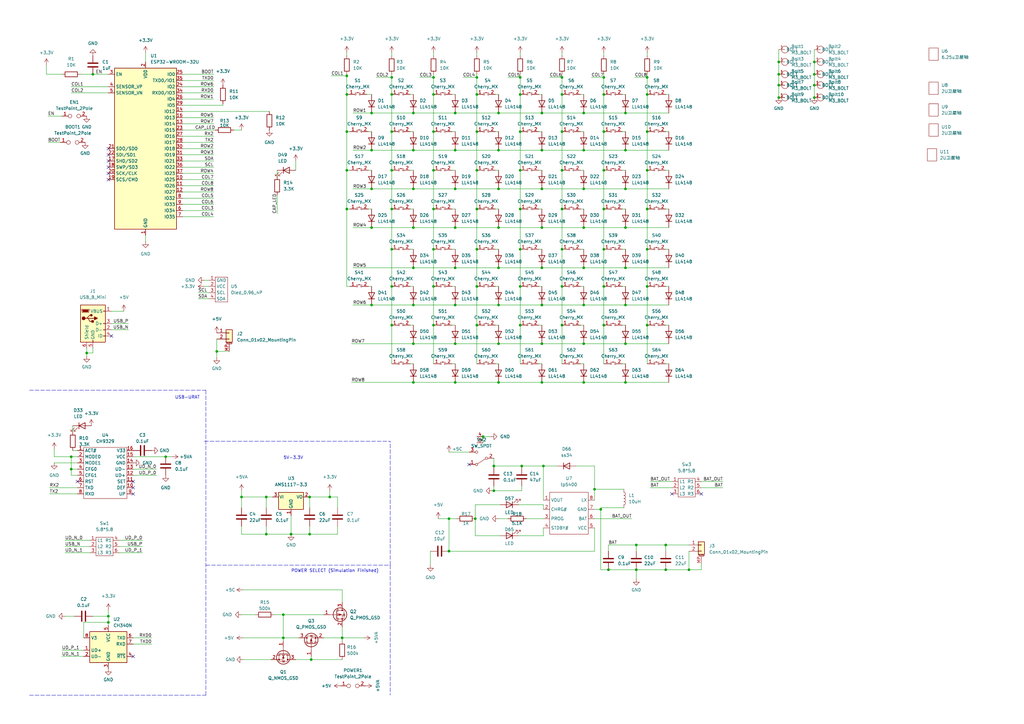
<source format=kicad_sch>
(kicad_sch (version 20211123) (generator eeschema)
  (paper "A3")
  (junction (at 213.36 133.35))
  (junction (at 256.54 125.095))
  (junction (at 195.58 69.85))
  (junction (at 177.8 31.75))
  (junction (at 67.945 187.325))
  (junction (at 186.69 140.97))
  (junction (at 239.395 140.97))
  (junction (at 198.12 179.07))
  (junction (at 169.545 46.355))
  (junction (at 195.58 31.75))
  (junction (at 204.47 46.355))
  (junction (at 256.54 46.355))
  (junction (at 230.505 117.475))
  (junction (at 334.01 34.925))
  (junction (at 256.54 61.595))
  (junction (at 177.8 38.735))
  (junction (at 142.24 53.975))
  (junction (at 247.65 38.735))
  (junction (at 202.565 201.295))
  (junction (at 38.1 30.48))
  (junction (at 256.54 77.47))
  (junction (at 169.545 109.855))
  (junction (at 249.555 233.68))
  (junction (at 256.54 109.855))
  (junction (at 222.25 125.095))
  (junction (at 184.15 226.06))
  (junction (at 152.4 125.095))
  (junction (at 319.405 34.925))
  (junction (at 243.84 200.66))
  (junction (at 334.01 40.005))
  (junction (at 265.43 85.725))
  (junction (at 230.505 85.725))
  (junction (at 177.8 102.235))
  (junction (at 109.22 203.835))
  (junction (at 119.38 219.075))
  (junction (at 142.24 69.85))
  (junction (at 116.205 252.095))
  (junction (at 239.395 93.345))
  (junction (at 213.36 31.75))
  (junction (at 230.505 69.85))
  (junction (at 195.58 85.725))
  (junction (at 319.405 30.48))
  (junction (at 265.43 38.735))
  (junction (at 169.545 125.095))
  (junction (at 213.36 38.735))
  (junction (at 222.25 109.855))
  (junction (at 222.25 93.345))
  (junction (at 239.395 125.095))
  (junction (at 260.985 233.68))
  (junction (at 213.36 53.975))
  (junction (at 213.36 69.85))
  (junction (at 142.24 38.735))
  (junction (at 109.22 219.075))
  (junction (at 213.36 117.475))
  (junction (at 160.655 117.475))
  (junction (at 152.4 61.595))
  (junction (at 247.65 85.725))
  (junction (at 204.47 140.97))
  (junction (at 239.395 109.855))
  (junction (at 273.05 223.52))
  (junction (at 319.405 25.4))
  (junction (at 204.47 93.345))
  (junction (at 186.69 77.47))
  (junction (at 44.45 255.27))
  (junction (at 152.4 77.47))
  (junction (at 273.05 233.68))
  (junction (at 29.21 187.325))
  (junction (at 169.545 77.47))
  (junction (at 195.58 53.975))
  (junction (at 135.255 203.835))
  (junction (at 169.545 61.595))
  (junction (at 194.945 212.725))
  (junction (at 152.4 46.355))
  (junction (at 213.36 85.725))
  (junction (at 177.8 117.475))
  (junction (at 222.25 61.595))
  (junction (at 239.395 61.595))
  (junction (at 239.395 77.47))
  (junction (at 265.43 117.475))
  (junction (at 169.545 93.345))
  (junction (at 44.45 252.73))
  (junction (at 213.36 102.235))
  (junction (at 177.8 69.85))
  (junction (at 35.56 144.78))
  (junction (at 127 219.075))
  (junction (at 247.65 133.35))
  (junction (at 222.25 140.97))
  (junction (at 247.65 69.85))
  (junction (at 247.65 117.475))
  (junction (at 160.655 31.75))
  (junction (at 247.65 53.975))
  (junction (at 169.545 140.97))
  (junction (at 160.655 85.725))
  (junction (at 256.54 93.345))
  (junction (at 222.25 46.355))
  (junction (at 186.69 46.355))
  (junction (at 204.47 125.095))
  (junction (at 195.58 38.735))
  (junction (at 230.505 133.35))
  (junction (at 246.38 208.915))
  (junction (at 127.635 270.51))
  (junction (at 265.43 102.235))
  (junction (at 230.505 38.735))
  (junction (at 169.545 156.845))
  (junction (at 177.8 133.35))
  (junction (at 230.505 53.975))
  (junction (at 247.65 102.235))
  (junction (at 222.25 156.845))
  (junction (at 160.655 38.735))
  (junction (at 265.43 53.975))
  (junction (at 177.8 85.725))
  (junction (at 260.985 223.52))
  (junction (at 142.24 85.725))
  (junction (at 99.06 203.835))
  (junction (at 222.885 191.135))
  (junction (at 265.43 31.75))
  (junction (at 127 203.835))
  (junction (at 247.65 31.75))
  (junction (at 213.995 191.135))
  (junction (at 282.575 233.68))
  (junction (at 186.69 156.845))
  (junction (at 160.655 53.975))
  (junction (at 256.54 140.97))
  (junction (at 239.395 156.845))
  (junction (at 88.9 144.145))
  (junction (at 160.655 102.235))
  (junction (at 204.47 156.845))
  (junction (at 195.58 102.235))
  (junction (at 265.43 69.85))
  (junction (at 319.405 40.005))
  (junction (at 204.47 77.47))
  (junction (at 334.01 30.48))
  (junction (at 140.335 261.62))
  (junction (at 186.69 61.595))
  (junction (at 239.395 46.355))
  (junction (at 184.15 212.725))
  (junction (at 186.69 125.095))
  (junction (at 186.69 109.855))
  (junction (at 256.54 156.845))
  (junction (at 29.21 192.405))
  (junction (at 265.43 133.35))
  (junction (at 230.505 102.235))
  (junction (at 195.58 117.475))
  (junction (at 152.4 93.345))
  (junction (at 142.24 31.115))
  (junction (at 334.01 25.4))
  (junction (at 202.565 191.135))
  (junction (at 230.505 31.75))
  (junction (at 160.655 69.85))
  (junction (at 116.205 261.62))
  (junction (at 204.47 61.595))
  (junction (at 177.8 53.975))
  (junction (at 222.25 77.47))
  (junction (at 186.69 93.345))
  (junction (at 195.58 133.35))
  (junction (at 160.655 133.35))
  (junction (at 204.47 109.855))
  (no_connect (at 54.61 202.565))
  (no_connect (at 192.405 190.5))
  (no_connect (at 44.45 66.04))
  (no_connect (at 44.45 63.5))
  (no_connect (at 44.45 60.96))
  (no_connect (at 54.61 197.485))
  (no_connect (at 54.61 200.025))
  (no_connect (at 275.59 202.565))
  (no_connect (at 287.655 202.565))
  (no_connect (at 44.45 71.12))
  (no_connect (at 44.45 68.58))
  (no_connect (at 54.61 269.24))
  (no_connect (at 31.75 197.485))
  (no_connect (at 44.45 73.66))
  (no_connect (at 45.72 137.795))
  (wire (pts (xy 204.47 77.47) (xy 222.25 77.47)))
  (wire (pts (xy 62.23 264.16) (xy 54.61 264.16)))
  (wire (pts (xy 20.32 202.565) (xy 31.75 202.565)))
  (wire (pts (xy 142.24 31.115) (xy 142.24 30.48)))
  (wire (pts (xy 169.545 133.35) (xy 168.275 133.35)))
  (wire (pts (xy 186.69 53.975) (xy 185.42 53.975)))
  (wire (pts (xy 256.54 102.235) (xy 255.27 102.235)))
  (wire (pts (xy 265.43 117.475) (xy 265.43 133.35)))
  (wire (pts (xy 99.06 203.835) (xy 109.22 203.835)))
  (wire (pts (xy 265.43 38.735) (xy 265.43 53.975)))
  (wire (pts (xy 142.24 38.735) (xy 142.24 31.115)))
  (wire (pts (xy 198.12 179.07) (xy 198.12 181.61)))
  (wire (pts (xy 204.47 102.235) (xy 203.2 102.235)))
  (wire (pts (xy 34.29 255.27) (xy 44.45 255.27)))
  (wire (pts (xy 230.505 30.48) (xy 230.505 31.75)))
  (wire (pts (xy 282.575 226.06) (xy 282.575 233.68)))
  (wire (pts (xy 230.505 69.85) (xy 230.505 85.725)))
  (wire (pts (xy 238.125 38.735) (xy 239.395 38.735)))
  (wire (pts (xy 177.8 85.725) (xy 177.8 102.235)))
  (wire (pts (xy 195.58 53.975) (xy 195.58 69.85)))
  (wire (pts (xy 35.56 144.78) (xy 35.56 142.875)))
  (wire (pts (xy 140.335 257.175) (xy 140.335 261.62)))
  (wire (pts (xy 319.405 30.48) (xy 319.405 34.925)))
  (wire (pts (xy 195.58 31.75) (xy 195.58 38.735)))
  (wire (pts (xy 26.67 224.155) (xy 36.83 224.155)))
  (wire (pts (xy 195.58 69.85) (xy 195.58 85.725)))
  (wire (pts (xy 177.8 38.735) (xy 177.8 53.975)))
  (wire (pts (xy 127.635 270.51) (xy 140.335 270.51)))
  (wire (pts (xy 64.135 194.945) (xy 54.61 194.945)))
  (wire (pts (xy 239.395 61.595) (xy 256.54 61.595)))
  (wire (pts (xy 19.685 47.625) (xy 25.4 47.625)))
  (wire (pts (xy 239.395 149.225) (xy 238.125 149.225)))
  (wire (pts (xy 87.63 48.26) (xy 74.93 48.26)))
  (wire (pts (xy 112.395 252.095) (xy 116.205 252.095)))
  (wire (pts (xy 176.53 231.775) (xy 176.53 226.06)))
  (wire (pts (xy 127 219.075) (xy 119.38 219.075)))
  (wire (pts (xy 204.47 117.475) (xy 203.2 117.475)))
  (wire (pts (xy 334.01 20.32) (xy 334.01 25.4)))
  (wire (pts (xy 256.54 149.225) (xy 255.27 149.225)))
  (wire (pts (xy 213.36 21.59) (xy 213.36 22.86)))
  (wire (pts (xy 204.47 109.855) (xy 222.25 109.855)))
  (wire (pts (xy 38.1 30.48) (xy 44.45 30.48)))
  (wire (pts (xy 265.43 85.725) (xy 265.43 102.235)))
  (wire (pts (xy 186.69 85.725) (xy 185.42 85.725)))
  (wire (pts (xy 186.69 93.345) (xy 204.47 93.345)))
  (wire (pts (xy 29.21 187.325) (xy 22.225 187.325)))
  (wire (pts (xy 169.545 109.855) (xy 186.69 109.855)))
  (wire (pts (xy 87.63 40.64) (xy 74.93 40.64)))
  (wire (pts (xy 243.84 200.66) (xy 243.84 205.105)))
  (wire (pts (xy 31.75 192.405) (xy 29.21 192.405)))
  (wire (pts (xy 116.205 252.095) (xy 116.205 261.62)))
  (wire (pts (xy 25.4 266.7) (xy 34.29 266.7)))
  (wire (pts (xy 83.82 117.475) (xy 85.725 117.475)))
  (wire (pts (xy 87.63 50.8) (xy 74.93 50.8)))
  (wire (pts (xy 74.93 73.66) (xy 87.63 73.66)))
  (wire (pts (xy 260.35 31.75) (xy 265.43 31.75)))
  (wire (pts (xy 151.13 69.85) (xy 152.4 69.85)))
  (wire (pts (xy 239.395 102.235) (xy 238.125 102.235)))
  (wire (pts (xy 239.395 117.475) (xy 238.125 117.475)))
  (wire (pts (xy 256.54 85.725) (xy 255.27 85.725)))
  (wire (pts (xy 67.945 187.325) (xy 54.61 187.325)))
  (wire (pts (xy 249.555 226.06) (xy 249.555 223.52)))
  (wire (pts (xy 189.865 31.75) (xy 195.58 31.75)))
  (wire (pts (xy 184.15 212.725) (xy 184.15 226.06)))
  (wire (pts (xy 150.495 38.735) (xy 152.4 38.735)))
  (wire (pts (xy 140.335 261.62) (xy 132.715 261.62)))
  (wire (pts (xy 31.75 187.325) (xy 29.21 187.325)))
  (wire (pts (xy 273.05 223.52) (xy 273.05 226.06)))
  (wire (pts (xy 87.63 78.74) (xy 74.93 78.74)))
  (polyline (pts (xy 84.455 160.02) (xy 84.455 285.115)))
  (wire (pts (xy 99.06 208.28) (xy 99.06 203.835)))
  (wire (pts (xy 109.22 215.9) (xy 109.22 219.075)))
  (wire (pts (xy 169.545 140.97) (xy 186.69 140.97)))
  (wire (pts (xy 169.545 102.235) (xy 168.275 102.235)))
  (wire (pts (xy 169.545 125.095) (xy 186.69 125.095)))
  (wire (pts (xy 169.545 156.845) (xy 186.69 156.845)))
  (wire (pts (xy 169.545 77.47) (xy 186.69 77.47)))
  (wire (pts (xy 274.32 85.725) (xy 273.05 85.725)))
  (wire (pts (xy 256.54 117.475) (xy 255.27 117.475)))
  (wire (pts (xy 144.78 77.47) (xy 152.4 77.47)))
  (wire (pts (xy 266.7 200.025) (xy 275.59 200.025)))
  (wire (pts (xy 160.655 117.475) (xy 160.655 133.35)))
  (polyline (pts (xy 83.82 180.975) (xy 160.02 180.975)))
  (wire (pts (xy 247.65 31.75) (xy 247.65 38.735)))
  (wire (pts (xy 119.38 219.075) (xy 119.38 211.455)))
  (wire (pts (xy 142.24 69.85) (xy 142.24 85.725)))
  (wire (pts (xy 88.9 144.145) (xy 93.98 144.145)))
  (wire (pts (xy 184.15 226.06) (xy 243.84 226.06)))
  (wire (pts (xy 144.78 125.095) (xy 152.4 125.095)))
  (wire (pts (xy 64.135 192.405) (xy 54.61 192.405)))
  (wire (pts (xy 195.58 133.35) (xy 195.58 149.225)))
  (wire (pts (xy 104.775 252.095) (xy 99.06 252.095)))
  (wire (pts (xy 239.395 77.47) (xy 256.54 77.47)))
  (wire (pts (xy 319.405 25.4) (xy 319.405 30.48)))
  (wire (pts (xy 225.425 31.75) (xy 230.505 31.75)))
  (wire (pts (xy 204.47 69.85) (xy 203.2 69.85)))
  (wire (pts (xy 213.36 31.75) (xy 213.36 38.735)))
  (wire (pts (xy 177.8 30.48) (xy 177.8 31.75)))
  (wire (pts (xy 213.36 117.475) (xy 213.36 133.35)))
  (wire (pts (xy 243.84 226.06) (xy 243.84 216.535)))
  (wire (pts (xy 29.845 174.625) (xy 29.845 177.165)))
  (wire (pts (xy 222.25 46.355) (xy 239.395 46.355)))
  (wire (pts (xy 168.275 38.735) (xy 169.545 38.735)))
  (wire (pts (xy 74.93 88.9) (xy 87.63 88.9)))
  (wire (pts (xy 26.67 221.615) (xy 36.83 221.615)))
  (wire (pts (xy 135.89 31.115) (xy 142.24 31.115)))
  (wire (pts (xy 113.665 87.63) (xy 113.665 80.01)))
  (wire (pts (xy 152.4 125.095) (xy 169.545 125.095)))
  (wire (pts (xy 230.505 31.75) (xy 230.505 38.735)))
  (wire (pts (xy 266.7 197.485) (xy 275.59 197.485)))
  (wire (pts (xy 127 215.9) (xy 127 219.075)))
  (wire (pts (xy 99.06 201.295) (xy 99.06 203.835)))
  (wire (pts (xy 38.1 142.875) (xy 38.1 144.78)))
  (wire (pts (xy 142.24 117.475) (xy 143.51 117.475)))
  (wire (pts (xy 142.24 53.975) (xy 143.51 53.975)))
  (wire (pts (xy 259.08 212.725) (xy 243.84 212.725)))
  (wire (pts (xy 239.395 85.725) (xy 238.125 85.725)))
  (wire (pts (xy 177.8 69.85) (xy 177.8 85.725)))
  (wire (pts (xy 222.885 207.01) (xy 222.885 208.915)))
  (wire (pts (xy 35.56 146.05) (xy 35.56 144.78)))
  (wire (pts (xy 58.42 226.695) (xy 48.895 226.695)))
  (wire (pts (xy 22.225 189.865) (xy 31.75 189.865)))
  (wire (pts (xy 135.255 201.295) (xy 135.255 203.835)))
  (wire (pts (xy 256.54 69.85) (xy 255.27 69.85)))
  (wire (pts (xy 296.545 197.485) (xy 287.655 197.485)))
  (polyline (pts (xy 160.02 231.775) (xy 160.02 180.975)))
  (wire (pts (xy 334.01 30.48) (xy 334.01 34.925)))
  (wire (pts (xy 213.36 30.48) (xy 213.36 31.75)))
  (wire (pts (xy 99.695 261.62) (xy 116.205 261.62)))
  (wire (pts (xy 20.32 200.025) (xy 31.75 200.025)))
  (wire (pts (xy 204.47 85.725) (xy 203.2 85.725)))
  (wire (pts (xy 256.54 53.975) (xy 255.27 53.975)))
  (wire (pts (xy 144.145 156.845) (xy 169.545 156.845)))
  (wire (pts (xy 202.565 201.295) (xy 213.995 201.295)))
  (wire (pts (xy 74.93 76.2) (xy 87.63 76.2)))
  (wire (pts (xy 70.485 187.325) (xy 67.945 187.325)))
  (wire (pts (xy 296.545 200.025) (xy 287.655 200.025)))
  (wire (pts (xy 29.21 38.1) (xy 44.45 38.1)))
  (wire (pts (xy 127 203.835) (xy 135.255 203.835)))
  (wire (pts (xy 260.985 223.52) (xy 273.05 223.52)))
  (wire (pts (xy 186.69 140.97) (xy 204.47 140.97)))
  (wire (pts (xy 121.285 66.04) (xy 121.285 69.85)))
  (wire (pts (xy 50.8 127.635) (xy 45.72 127.635)))
  (wire (pts (xy 230.505 102.235) (xy 230.505 117.475)))
  (wire (pts (xy 239.395 140.97) (xy 256.54 140.97)))
  (wire (pts (xy 282.575 233.68) (xy 273.05 233.68)))
  (wire (pts (xy 160.655 53.975) (xy 160.655 69.85)))
  (wire (pts (xy 249.555 233.68) (xy 260.985 233.68)))
  (wire (pts (xy 222.25 140.97) (xy 239.395 140.97)))
  (wire (pts (xy 186.69 69.85) (xy 185.42 69.85)))
  (wire (pts (xy 160.655 31.75) (xy 160.655 38.735)))
  (wire (pts (xy 222.25 53.975) (xy 220.98 53.975)))
  (wire (pts (xy 74.93 83.82) (xy 87.63 83.82)))
  (wire (pts (xy 256.54 156.845) (xy 274.32 156.845)))
  (wire (pts (xy 151.13 53.975) (xy 152.4 53.975)))
  (wire (pts (xy 185.42 38.735) (xy 186.69 38.735)))
  (wire (pts (xy 242.57 31.75) (xy 247.65 31.75)))
  (wire (pts (xy 222.25 117.475) (xy 220.98 117.475)))
  (wire (pts (xy 204.47 156.845) (xy 222.25 156.845)))
  (wire (pts (xy 138.43 208.28) (xy 138.43 203.835)))
  (wire (pts (xy 87.63 60.96) (xy 74.93 60.96)))
  (wire (pts (xy 142.24 38.735) (xy 142.24 53.975)))
  (wire (pts (xy 222.25 77.47) (xy 239.395 77.47)))
  (wire (pts (xy 142.24 38.735) (xy 142.875 38.735)))
  (wire (pts (xy 256.54 61.595) (xy 274.32 61.595)))
  (wire (pts (xy 169.545 53.975) (xy 168.275 53.975)))
  (wire (pts (xy 247.65 30.48) (xy 247.65 31.75)))
  (wire (pts (xy 177.8 102.235) (xy 177.8 117.475)))
  (wire (pts (xy 230.505 117.475) (xy 230.505 133.35)))
  (polyline (pts (xy 12.065 160.02) (xy 84.455 160.02)))
  (wire (pts (xy 201.295 179.07) (xy 198.12 179.07)))
  (wire (pts (xy 202.565 191.135) (xy 213.995 191.135)))
  (wire (pts (xy 19.05 30.48) (xy 25.4 30.48)))
  (wire (pts (xy 319.405 20.32) (xy 319.405 25.4)))
  (wire (pts (xy 256.54 133.35) (xy 255.27 133.35)))
  (wire (pts (xy 33.02 30.48) (xy 38.1 30.48)))
  (wire (pts (xy 99.695 241.935) (xy 140.335 241.935)))
  (wire (pts (xy 222.25 109.855) (xy 239.395 109.855)))
  (wire (pts (xy 247.65 117.475) (xy 247.65 133.35)))
  (wire (pts (xy 212.725 207.01) (xy 222.885 207.01)))
  (wire (pts (xy 113.665 69.85) (xy 113.665 72.39)))
  (wire (pts (xy 160.655 133.35) (xy 160.655 149.225)))
  (wire (pts (xy 246.38 233.68) (xy 249.555 233.68)))
  (wire (pts (xy 222.885 205.105) (xy 222.885 191.135)))
  (wire (pts (xy 239.395 46.355) (xy 256.54 46.355)))
  (wire (pts (xy 230.505 85.725) (xy 230.505 102.235)))
  (wire (pts (xy 109.22 203.835) (xy 111.76 203.835)))
  (polyline (pts (xy 160.02 231.775) (xy 160.02 285.115)))
  (polyline (pts (xy 84.455 231.775) (xy 160.02 231.775)))
  (wire (pts (xy 274.32 53.975) (xy 273.05 53.975)))
  (wire (pts (xy 152.4 93.345) (xy 169.545 93.345)))
  (wire (pts (xy 239.395 156.845) (xy 256.54 156.845)))
  (wire (pts (xy 144.78 93.345) (xy 152.4 93.345)))
  (wire (pts (xy 255.905 200.66) (xy 243.84 200.66)))
  (wire (pts (xy 140.335 261.62) (xy 140.335 262.89)))
  (wire (pts (xy 87.63 66.04) (xy 74.93 66.04)))
  (wire (pts (xy 230.505 38.735) (xy 230.505 53.975)))
  (wire (pts (xy 184.15 185.42) (xy 192.405 185.42)))
  (wire (pts (xy 204.47 61.595) (xy 222.25 61.595)))
  (wire (pts (xy 274.32 149.225) (xy 273.05 149.225)))
  (wire (pts (xy 230.505 53.975) (xy 230.505 69.85)))
  (wire (pts (xy 160.655 30.48) (xy 160.655 31.75)))
  (wire (pts (xy 334.01 25.4) (xy 334.01 30.48)))
  (wire (pts (xy 87.63 35.56) (xy 74.93 35.56)))
  (wire (pts (xy 212.725 219.71) (xy 222.885 219.71)))
  (wire (pts (xy 99.06 215.9) (xy 99.06 219.075)))
  (wire (pts (xy 239.395 69.85) (xy 238.125 69.85)))
  (wire (pts (xy 256.54 46.355) (xy 274.32 46.355)))
  (wire (pts (xy 83.82 114.935) (xy 85.725 114.935)))
  (wire (pts (xy 274.32 69.85) (xy 273.05 69.85)))
  (wire (pts (xy 144.78 109.855) (xy 169.545 109.855)))
  (wire (pts (xy 186.69 61.595) (xy 204.47 61.595)))
  (wire (pts (xy 204.47 133.35) (xy 203.2 133.35)))
  (wire (pts (xy 247.65 53.975) (xy 247.65 69.85)))
  (wire (pts (xy 222.25 102.235) (xy 220.98 102.235)))
  (wire (pts (xy 87.63 30.48) (xy 74.93 30.48)))
  (wire (pts (xy 177.8 53.975) (xy 177.8 69.85)))
  (wire (pts (xy 121.285 270.51) (xy 127.635 270.51)))
  (wire (pts (xy 116.205 252.095) (xy 132.715 252.095)))
  (wire (pts (xy 152.4 77.47) (xy 169.545 77.47)))
  (wire (pts (xy 91.44 43.18) (xy 91.44 42.545)))
  (wire (pts (xy 116.205 261.62) (xy 116.205 262.89)))
  (wire (pts (xy 260.985 223.52) (xy 260.985 226.06)))
  (wire (pts (xy 213.995 191.77) (xy 213.995 191.135)))
  (wire (pts (xy 195.58 85.725) (xy 195.58 102.235)))
  (wire (pts (xy 222.25 93.345) (xy 239.395 93.345)))
  (wire (pts (xy 177.8 31.75) (xy 177.8 38.735)))
  (wire (pts (xy 222.885 191.135) (xy 228.6 191.135)))
  (wire (pts (xy 144.145 140.97) (xy 169.545 140.97)))
  (wire (pts (xy 222.25 61.595) (xy 239.395 61.595)))
  (wire (pts (xy 222.885 219.71) (xy 222.885 216.535)))
  (wire (pts (xy 169.545 117.475) (xy 168.275 117.475)))
  (wire (pts (xy 109.22 208.28) (xy 109.22 203.835)))
  (wire (pts (xy 142.24 85.725) (xy 142.24 117.475)))
  (wire (pts (xy 287.655 231.14) (xy 287.655 233.68)))
  (wire (pts (xy 213.36 133.35) (xy 213.36 149.225)))
  (wire (pts (xy 138.43 215.9) (xy 138.43 219.075)))
  (wire (pts (xy 81.28 122.555) (xy 85.725 122.555)))
  (wire (pts (xy 88.9 144.145) (xy 88.9 139.065)))
  (wire (pts (xy 215.9 212.725) (xy 222.885 212.725)))
  (wire (pts (xy 87.63 68.58) (xy 74.93 68.58)))
  (wire (pts (xy 160.655 21.59) (xy 160.655 22.86)))
  (wire (pts (xy 265.43 21.59) (xy 265.43 22.86)))
  (wire (pts (xy 151.13 117.475) (xy 152.4 117.475)))
  (wire (pts (xy 169.545 46.355) (xy 186.69 46.355)))
  (wire (pts (xy 204.47 212.725) (xy 208.28 212.725)))
  (wire (pts (xy 87.63 58.42) (xy 74.93 58.42)))
  (wire (pts (xy 88.9 146.685) (xy 88.9 144.145)))
  (wire (pts (xy 186.69 133.35) (xy 185.42 133.35)))
  (wire (pts (xy 243.84 191.135) (xy 243.84 200.66)))
  (wire (pts (xy 186.69 109.855) (xy 204.47 109.855)))
  (wire (pts (xy 29.845 184.785) (xy 31.75 184.785)))
  (wire (pts (xy 74.93 33.02) (xy 87.63 33.02)))
  (wire (pts (xy 243.84 208.915) (xy 246.38 208.915)))
  (wire (pts (xy 195.58 38.735) (xy 195.58 53.975)))
  (wire (pts (xy 160.655 38.735) (xy 160.655 53.975)))
  (wire (pts (xy 177.8 21.59) (xy 177.8 22.86)))
  (wire (pts (xy 204.47 140.97) (xy 222.25 140.97)))
  (wire (pts (xy 160.655 85.725) (xy 160.655 102.235)))
  (wire (pts (xy 249.555 223.52) (xy 260.985 223.52)))
  (wire (pts (xy 52.705 135.255) (xy 45.72 135.255)))
  (wire (pts (xy 58.42 224.155) (xy 48.895 224.155)))
  (wire (pts (xy 195.58 21.59) (xy 195.58 22.86)))
  (wire (pts (xy 222.25 85.725) (xy 220.98 85.725)))
  (wire (pts (xy 186.69 125.095) (xy 204.47 125.095)))
  (wire (pts (xy 213.36 38.735) (xy 213.36 53.975)))
  (wire (pts (xy 205.105 207.01) (xy 194.945 207.01)))
  (wire (pts (xy 213.36 85.725) (xy 213.36 102.235)))
  (wire (pts (xy 99.06 219.075) (xy 109.22 219.075)))
  (wire (pts (xy 265.43 31.75) (xy 265.43 38.735)))
  (wire (pts (xy 265.43 69.85) (xy 265.43 85.725)))
  (wire (pts (xy 186.69 102.235) (xy 185.42 102.235)))
  (wire (pts (xy 127 208.28) (xy 127 203.835)))
  (wire (pts (xy 204.47 125.095) (xy 222.25 125.095)))
  (wire (pts (xy 256.54 93.345) (xy 274.32 93.345)))
  (wire (pts (xy 239.395 109.855) (xy 256.54 109.855)))
  (wire (pts (xy 19.685 58.42) (xy 24.765 58.42)))
  (wire (pts (xy 26.67 226.695) (xy 36.83 226.695)))
  (wire (pts (xy 239.395 93.345) (xy 256.54 93.345)))
  (wire (pts (xy 256.54 140.97) (xy 274.32 140.97)))
  (wire (pts (xy 58.42 221.615) (xy 48.895 221.615)))
  (wire (pts (xy 74.93 53.34) (xy 88.265 53.34)))
  (wire (pts (xy 230.505 21.59) (xy 230.505 22.86)))
  (wire (pts (xy 204.47 93.345) (xy 222.25 93.345)))
  (wire (pts (xy 274.32 102.235) (xy 273.05 102.235)))
  (wire (pts (xy 87.63 63.5) (xy 74.93 63.5)))
  (wire (pts (xy 160.655 31.75) (xy 154.305 31.75)))
  (wire (pts (xy 169.545 69.85) (xy 168.275 69.85)))
  (wire (pts (xy 195.58 102.235) (xy 195.58 117.475)))
  (wire (pts (xy 208.28 31.75) (xy 213.36 31.75)))
  (wire (pts (xy 213.36 102.235) (xy 213.36 117.475)))
  (wire (pts (xy 265.43 53.975) (xy 265.43 69.85)))
  (wire (pts (xy 127.635 269.24) (xy 127.635 270.51)))
  (wire (pts (xy 246.38 208.915) (xy 246.38 233.68)))
  (wire (pts (xy 186.69 46.355) (xy 204.47 46.355)))
  (wire (pts (xy 203.2 38.735) (xy 204.47 38.735)))
  (wire (pts (xy 246.38 208.28) (xy 246.38 208.915)))
  (wire (pts (xy 152.4 61.595) (xy 169.545 61.595)))
  (wire (pts (xy 239.395 125.095) (xy 256.54 125.095)))
  (wire (pts (xy 202.565 201.295) (xy 201.93 201.295)))
  (wire (pts (xy 186.69 77.47) (xy 204.47 77.47)))
  (wire (pts (xy 74.93 43.18) (xy 91.44 43.18)))
  (wire (pts (xy 239.395 133.35) (xy 238.125 133.35)))
  (polyline (pts (xy 12.065 285.115) (xy 84.455 285.115)))
  (wire (pts (xy 142.24 85.725) (xy 143.51 85.725)))
  (wire (pts (xy 260.985 237.49) (xy 260.985 233.68)))
  (wire (pts (xy 195.58 30.48) (xy 195.58 31.75)))
  (wire (pts (xy 247.65 69.85) (xy 247.65 85.725)))
  (wire (pts (xy 273.05 223.52) (xy 282.575 223.52)))
  (wire (pts (xy 282.575 233.68) (xy 287.655 233.68)))
  (wire (pts (xy 109.22 219.075) (xy 119.38 219.075)))
  (wire (pts (xy 213.995 191.135) (xy 222.885 191.135)))
  (wire (pts (xy 172.085 31.75) (xy 177.8 31.75)))
  (wire (pts (xy 142.24 69.85) (xy 143.51 69.85)))
  (wire (pts (xy 142.24 53.975) (xy 142.24 69.85)))
  (wire (pts (xy 186.69 149.225) (xy 185.42 149.225)))
  (wire (pts (xy 25.4 269.24) (xy 34.29 269.24)))
  (wire (pts (xy 179.705 212.725) (xy 184.15 212.725)))
  (wire (pts (xy 256.54 77.47) (xy 274.32 77.47)))
  (wire (pts (xy 186.69 117.475) (xy 185.42 117.475)))
  (wire (pts (xy 220.98 38.735) (xy 222.25 38.735)))
  (wire (pts (xy 99.06 53.34) (xy 95.885 53.34)))
  (wire (pts (xy 160.655 102.235) (xy 160.655 117.475)))
  (wire (pts (xy 213.995 199.39) (xy 213.995 201.295)))
  (wire (pts (xy 144.78 46.355) (xy 152.4 46.355)))
  (wire (pts (xy 247.65 38.735) (xy 247.65 53.975)))
  (wire (pts (xy 256.54 125.095) (xy 274.32 125.095)))
  (wire (pts (xy 204.47 149.225) (xy 203.2 149.225)))
  (wire (pts (xy 202.565 191.77) (xy 202.565 191.135)))
  (wire (pts (xy 236.22 191.135) (xy 243.84 191.135)))
  (wire (pts (xy 265.43 30.48) (xy 265.43 31.75)))
  (wire (pts (xy 38.1 252.73) (xy 44.45 252.73)))
  (wire (pts (xy 44.45 255.27) (xy 44.45 256.54)))
  (wire (pts (xy 74.93 86.36) (xy 87.63 86.36)))
  (wire (pts (xy 194.945 212.725) (xy 194.945 219.71)))
  (wire (pts (xy 222.25 156.845) (xy 239.395 156.845)))
  (wire (pts (xy 194.945 219.71) (xy 205.105 219.71)))
  (wire (pts (xy 62.23 261.62) (xy 54.61 261.62)))
  (wire (pts (xy 168.275 85.725) (xy 169.545 85.725)))
  (wire (pts (xy 247.65 21.59) (xy 247.65 22.86)))
  (wire (pts (xy 26.67 252.73) (xy 30.48 252.73)))
  (wire (pts (xy 29.21 187.325) (xy 29.21 192.405)))
  (wire (pts (xy 265.43 133.35) (xy 265.43 149.225)))
  (wire (pts (xy 44.45 250.19) (xy 44.45 252.73)))
  (wire (pts (xy 230.505 133.35) (xy 230.505 149.225)))
  (wire (pts (xy 169.545 93.345) (xy 186.69 93.345)))
  (wire (pts (xy 202.565 187.96) (xy 202.565 191.135)))
  (wire (pts (xy 222.25 133.35) (xy 220.98 133.35)))
  (wire (pts (xy 59.69 99.06) (xy 59.69 96.52)))
  (wire (pts (xy 247.65 133.35) (xy 247.65 149.225)))
  (wire (pts (xy 239.395 53.975) (xy 238.125 53.975)))
  (wire (pts (xy 184.15 212.725) (xy 187.325 212.725)))
  (wire (pts (xy 160.655 69.85) (xy 160.655 85.725)))
  (wire (pts (xy 74.93 38.1) (xy 87.63 38.1)))
  (wire (pts (xy 255.27 38.735) (xy 256.54 38.735)))
  (wire (pts (xy 186.69 156.845) (xy 204.47 156.845)))
  (wire (pts (xy 247.65 85.725) (xy 247.65 102.235)))
  (wire (pts (xy 213.36 69.85) (xy 213.36 85.725)))
  (wire (pts (xy 29.21 192.405) (xy 29.21 194.945)))
  (wire (pts (xy 74.93 81.28) (xy 87.63 81.28)))
  (wire (pts (xy 116.205 261.62) (xy 122.555 261.62)))
  (wire (pts (xy 29.21 35.56) (xy 44.45 35.56)))
  (wire (pts (xy 87.63 55.88) (xy 74.93 55.88)))
  (wire (pts (xy 255.905 208.28) (xy 246.38 208.28)))
  (wire (pts (xy 22.225 187.325) (xy 22.225 184.15)))
  (wire (pts (xy 99.695 270.51) (xy 111.125 270.51)))
  (wire (pts (xy 202.565 199.39) (xy 202.565 201.295)))
  (wire (pts (xy 274.32 133.35) (xy 273.05 133.35)))
  (wire (pts (xy 177.8 133.35) (xy 177.8 149.225)))
  (wire (pts (xy 204.47 53.975) (xy 203.2 53.975)))
  (wire (pts (xy 81.28 120.015) (xy 85.725 120.015)))
  (wire (pts (xy 273.05 38.735) (xy 274.32 38.735)))
  (wire (pts (xy 138.43 219.075) (xy 127 219.075)))
  (wire (pts (xy 177.8 117.475) (xy 177.8 133.35)))
  (wire (pts (xy 151.13 85.725) (xy 152.4 85.725)))
  (wire (pts (xy 138.43 203.835) (xy 135.255 203.835)))
  (wire (pts (xy 152.4 46.355) (xy 169.545 46.355)))
  (wire (pts (xy 195.58 117.475) (xy 195.58 133.35)))
  (wire (pts (xy 19.05 26.67) (xy 19.05 30.48)))
  (wire (pts (xy 34.29 261.62) (xy 34.29 255.27)))
  (wire (pts (xy 222.25 125.095) (xy 239.395 125.095)))
  (wire (pts (xy 144.78 61.595) (xy 152.4 61.595)))
  (wire (pts (xy 274.32 117.475) (xy 273.05 117.475)))
  (wire (pts (xy 38.1 144.78) (xy 35.56 144.78)))
  (wire (pts (xy 169.545 149.225) (xy 168.275 149.225)))
  (wire (pts (xy 222.25 69.85) (xy 220.98 69.85)))
  (wire (pts (xy 87.63 71.12) (xy 74.93 71.12)))
  (wire (pts (xy 260.985 233.68) (xy 273.05 233.68)))
  (wire (pts (xy 140.335 241.935) (xy 140.335 247.015)))
  (wire (pts (xy 222.25 149.225) (xy 220.98 149.225)))
  (wire (pts (xy 194.945 207.01) (xy 194.945 212.725)))
  (wire (pts (xy 319.405 34.925) (xy 319.405 40.005)))
  (wire (pts (xy 140.335 261.62) (xy 149.225 261.62)))
  (wire (pts (xy 59.69 21.59) (xy 59.69 25.4)))
  (wire (pts (xy 256.54 109.855) (xy 274.32 109.855)))
  (wire (pts (xy 265.43 102.235) (xy 265.43 117.475)))
  (wire (pts (xy 31.75 194.945) (xy 29.21 194.945)))
  (wire (pts (xy 334.01 34.925) (xy 334.01 40.005)))
  (wire (pts (xy 247.65 102.235) (xy 247.65 117.475)))
  (wire (pts (xy 74.93 45.72) (xy 110.49 45.72)))
  (wire (pts (xy 142.24 21.59) (xy 142.24 22.86)))
  (wire (pts (xy 204.47 46.355) (xy 222.25 46.355)))
  (wire (pts (xy 44.45 252.73) (xy 44.45 255.27)))
  (wire (pts (xy 213.36 53.975) (xy 213.36 69.85)))
  (wire (pts (xy 52.705 132.715) (xy 45.72 132.715)))
  (wire (pts (xy 169.545 61.595) (xy 186.69 61.595)))
  (text "USB-URAT" (at 71.755 163.83 0) (effects (font (size 1.27 1.27)) (justify left bottom)))
  (text "POWER SELECT (Simulation Finished)" (at 119.38 234.95 0) (effects (font (size 1.27 1.27)) (justify left bottom)))
  (text "5V-3.3V\n" (at 116.205 188.595 0) (effects (font (size 1.27 1.27)) (justify left bottom)))
  (label "ROW8" (at 87.63 78.74 180))
  (label "COL6" (at 87.63 83.82 180))
  (label "CAP_LED" (at 80.01 53.34 0))
  (label "COL4" (at 87.63 88.9 180))
  (label "COL1" (at 29.21 35.56 0))
  (label "RX2" (at 87.63 55.88 180))
  (label "UD_P_0" (at 64.135 194.945 180))
  (label "USB_P" (at 58.42 224.155 180))
  (label "COL7" (at 242.57 31.75 0))
  (label "ROW6" (at 87.63 35.56 180))
  (label "COL3" (at 87.63 86.36 180))
  (label "UD_P_0" (at 58.42 221.615 180))
  (label "USB_N" (at 26.67 224.155 0))
  (label "SCL" (at 81.28 120.015 0))
  (label "SDA" (at 87.63 66.04 180))
  (label "BAT" (at 249.555 223.52 0))
  (label "COL7" (at 87.63 73.66 180))
  (label "BOOT" (at 87.63 30.48 180))
  (label "SCL" (at 87.63 68.58 180))
  (label "ROW7" (at 144.145 140.97 0))
  (label "ROW6" (at 144.78 125.095 0))
  (label "USB_P" (at 52.705 132.715 180))
  (label "ROW3" (at 144.78 77.47 0))
  (label "ROW5" (at 144.78 109.855 0))
  (label "UD_N_0" (at 26.67 221.615 0))
  (label "COL8" (at 260.35 31.75 0))
  (label "COL6" (at 225.425 31.75 0))
  (label "COL2" (at 154.305 31.75 0))
  (label "UD_N_1" (at 26.67 226.695 0))
  (label "EN" (at 41.91 30.48 180))
  (label "ROW1" (at 144.78 46.355 0))
  (label "UD_P_1" (at 25.4 266.7 0))
  (label "COL4" (at 189.865 31.75 0))
  (label "COL8" (at 87.63 76.2 180))
  (label "ROW4" (at 144.78 93.345 0))
  (label "BAT_OUT" (at 266.7 197.485 0))
  (label "UD_N_0" (at 64.135 192.405 180))
  (label "ROW3" (at 87.63 63.5 180))
  (label "BAT" (at 296.545 200.025 180))
  (label "RXD0" (at 62.23 261.62 180))
  (label "COL5" (at 208.28 31.75 0))
  (label "TXD0" (at 62.23 264.16 180))
  (label "SDA" (at 81.28 122.555 0))
  (label "BAT" (at 266.7 200.025 0))
  (label "RXD0" (at 87.63 38.1 180))
  (label "COL1" (at 135.89 31.115 0))
  (label "ROW1" (at 87.63 40.64 180))
  (label "ROW8" (at 144.145 156.845 0))
  (label "CAP_LED" (at 113.665 87.63 90))
  (label "ROW5" (at 87.63 48.26 180))
  (label "ROW2" (at 87.63 60.96 180))
  (label "ROW4" (at 87.63 71.12 180))
  (label "BAT_OUT" (at 259.08 212.725 180))
  (label "ROW7" (at 87.63 50.8 180))
  (label "COL2" (at 29.21 38.1 0))
  (label "EN" (at 19.685 47.625 0))
  (label "BAT_OUT" (at 296.545 197.485 180))
  (label "UD_N_1" (at 25.4 269.24 0))
  (label "UD_P_1" (at 58.42 226.695 180))
  (label "TX2" (at 87.63 58.42 180))
  (label "USB_N" (at 52.705 135.255 180))
  (label "COL3" (at 172.085 31.75 0))
  (label "COL5" (at 87.63 81.28 180))
  (label "RX2" (at 20.32 200.025 0))
  (label "BOOT" (at 19.685 58.42 0))
  (label "ROW2" (at 144.78 61.595 0))
  (label "TXD0" (at 87.63 33.02 180))
  (label "TX2" (at 20.32 202.565 0))
  (symbol (lib_id "Cherry_MX:Cherry_MX") (at 181.61 53.34 0) (unit 1)
    (property "Reference" "S11" (at 181.61 48.26 0))
    (property "Value" "Cherry_MX" (at 181.61 50.8 0))
    (property "Footprint" "Switch_Keyboard_Hotswap_Kailh:SW_Hotswap_Kailh_MX_plated_1.00u" (effects hide))
  )
  (symbol (lib_id "Device:Q_PMOS_GSD") (at 137.795 252.095 0) (unit 1)
    (property "Reference" "Q2" (at 143.51 250.8249 0) (effects (justify left)))
    (property "Value" "Q_PMOS_GSD" (at 143.51 253.3649 0) (effects (justify left)))
    (property "Footprint" "Package_TO_SOT_SMD:SOT-23" (effects hide))
  )
  (symbol (lib_id "Diode:LL4148") (at 169.545 121.285 90) (unit 1)
    (property "Reference" "D42" (at 172.085 120.0149 90) (effects (justify right)))
    (property "Value" "LL4148" (at 172.085 122.5549 90) (effects (justify right)))
    (property "Footprint" "Diode_SMD:D_MiniMELF" (effects hide))
    (property "Datasheet" "http://www.vishay.com/docs/85557/ll4148.pdf" (effects hide))
  )
  (symbol (lib_id "power:+3.3V") (at 265.43 21.59 0) (unit 1)
    (property "Reference" "#PWR0112" (effects hide))
    (property "Value" "+3.3V" (at 265.43 15.875 0))
  )
  (symbol (lib_id "Device:C") (at 109.22 212.09 0) (unit 1)
    (property "Reference" "C5" (at 113.03 210.8199 0) (effects (justify left)))
    (property "Value" "0.1uF" (at 113.03 213.3599 0) (effects (justify left)))
    (property "Footprint" "Capacitor_SMD:C_0805_2012Metric_Pad1.18x1.45mm_HandSolder" (effects hide))
  )
  (symbol (lib_id "Cherry_MX:Cherry_MX") (at 251.46 69.215 0) (unit 1)
    (property "Reference" "S23" (at 251.46 64.135 0))
    (property "Value" "Cherry_MX" (at 251.46 66.675 0))
    (property "Footprint" "Switch_Keyboard_Hotswap_Kailh:SW_Hotswap_Kailh_MX_plated_1.00u" (effects hide))
  )
  (symbol (lib_id "Diode:LL4148") (at 169.545 106.045 90) (unit 1)
    (property "Reference" "D34" (at 172.085 104.7749 90) (effects (justify right)))
    (property "Value" "LL4148" (at 172.085 107.3149 90) (effects (justify right)))
    (property "Footprint" "Diode_SMD:D_MiniMELF" (effects hide))
    (property "Datasheet" "http://www.vishay.com/docs/85557/ll4148.pdf" (effects hide))
  )
  (symbol (lib_id "Cherry_MX:Cherry_MX") (at 217.17 132.715 0) (unit 1)
    (property "Reference" "S53" (at 217.17 127.635 0))
    (property "Value" "Cherry_MX" (at 217.17 130.175 0))
    (property "Footprint" "Switch_Keyboard_Hotswap_Kailh:SW_Hotswap_Kailh_MX_plated_1.00u" (effects hide))
  )
  (symbol (lib_id "Device:Q_NMOS_GSD") (at 116.205 267.97 270) (unit 1)
    (property "Reference" "Q1" (at 116.205 275.59 90))
    (property "Value" "Q_NMOS_GSD" (at 116.205 278.13 90))
    (property "Footprint" "Package_TO_SOT_SMD:SOT-23" (effects hide))
  )
  (symbol (lib_id "Jimmy_Library:Oled_0.96_4P") (at 90.17 120.015 0) (unit 1)
    (property "Reference" "U5" (at 94.615 117.4749 0) (effects (justify left)))
    (property "Value" "Oled_0.96_4P" (at 94.615 120.0149 0) (effects (justify left)))
    (property "Footprint" "Jimmy_Library:OLED_4P" (effects hide))
  )
  (symbol (lib_id "Jimmy_Library:M3_BOLT") (at 336.55 25.4 0) (unit 1)
    (property "Reference" "Bolt4" (at 339.725 24.1299 0) (effects (justify left)))
    (property "Value" "M3_BOLT" (at 339.725 26.6699 0) (effects (justify left)))
    (property "Footprint" "Jimmy_Library:M3 BOLT" (effects hide))
  )
  (symbol (lib_id "Cherry_MX:Cherry_MX") (at 164.465 101.6 0) (unit 1)
    (property "Reference" "S34" (at 164.465 96.52 0))
    (property "Value" "Cherry_MX" (at 164.465 99.06 0))
    (property "Footprint" "Switch_Keyboard_Hotswap_Kailh:SW_Hotswap_Kailh_MX_plated_1.00u" (effects hide))
  )
  (symbol (lib_id "Cherry_MX:Cherry_MX") (at 269.24 69.215 0) (unit 1)
    (property "Reference" "S24" (at 269.24 64.135 0))
    (property "Value" "Cherry_MX" (at 269.24 66.675 0))
    (property "Footprint" "Switch_Keyboard_Hotswap_Kailh:SW_Hotswap_Kailh_MX_plated_1.00u" (effects hide))
  )
  (symbol (lib_id "power:GND") (at 26.67 252.73 270) (unit 1)
    (property "Reference" "#PWR0106" (effects hide))
    (property "Value" "GND" (at 22.86 252.7299 90) (effects (justify right)))
  )
  (symbol (lib_id "Diode:LL4148") (at 239.395 57.785 90) (unit 1)
    (property "Reference" "D14" (at 241.935 56.5149 90) (effects (justify right)))
    (property "Value" "LL4148" (at 241.935 59.0549 90) (effects (justify right)))
    (property "Footprint" "Diode_SMD:D_MiniMELF" (effects hide))
    (property "Datasheet" "http://www.vishay.com/docs/85557/ll4148.pdf" (effects hide))
  )
  (symbol (lib_id "Diode:LL4148") (at 274.32 57.785 90) (unit 1)
    (property "Reference" "D16" (at 276.86 56.5149 90) (effects (justify right)))
    (property "Value" "LL4148" (at 276.86 59.0549 90) (effects (justify right)))
    (property "Footprint" "Diode_SMD:D_MiniMELF" (effects hide))
    (property "Datasheet" "http://www.vishay.com/docs/85557/ll4148.pdf" (effects hide))
  )
  (symbol (lib_id "Diode:LL4148") (at 186.69 106.045 90) (unit 1)
    (property "Reference" "D35" (at 189.23 104.7749 90) (effects (justify right)))
    (property "Value" "LL4148" (at 189.23 107.3149 90) (effects (justify right)))
    (property "Footprint" "Diode_SMD:D_MiniMELF" (effects hide))
    (property "Datasheet" "http://www.vishay.com/docs/85557/ll4148.pdf" (effects hide))
  )
  (symbol (lib_id "Diode:LL4148") (at 204.47 42.545 90) (unit 1)
    (property "Reference" "D4" (at 207.01 41.2749 90) (effects (justify right)))
    (property "Value" "LL4148" (at 207.01 43.8149 90) (effects (justify right)))
    (property "Footprint" "Diode_SMD:D_MiniMELF" (effects hide))
    (property "Datasheet" "http://www.vishay.com/docs/85557/ll4148.pdf" (effects hide))
  )
  (symbol (lib_id "Diode:LL4148") (at 256.54 73.66 90) (unit 1)
    (property "Reference" "D23" (at 259.08 72.3899 90) (effects (justify right)))
    (property "Value" "LL4148" (at 259.08 74.9299 90) (effects (justify right)))
    (property "Footprint" "Diode_SMD:D_MiniMELF" (effects hide))
    (property "Datasheet" "http://www.vishay.com/docs/85557/ll4148.pdf" (effects hide))
  )
  (symbol (lib_id "Cherry_MX:Cherry_MX") (at 147.32 53.34 0) (unit 1)
    (property "Reference" "S9" (at 147.32 48.26 0))
    (property "Value" "Cherry_MX" (at 147.32 50.8 0))
    (property "Footprint" "Switch_Keyboard_Hotswap_Kailh:SW_Hotswap_Kailh_MX_plated_1.00u" (effects hide))
  )
  (symbol (lib_id "Device:LED") (at 208.915 207.01 180) (unit 1)
    (property "Reference" "D57" (at 208.915 204.47 0))
    (property "Value" "LED" (at 208.915 210.185 0))
    (property "Footprint" "LED_SMD:LED_0805_2012Metric_Pad1.15x1.40mm_HandSolder" (effects hide))
  )
  (symbol (lib_id "power:+3.3V") (at 213.36 21.59 0) (unit 1)
    (property "Reference" "#PWR0109" (effects hide))
    (property "Value" "+3.3V" (at 213.36 15.875 0))
  )
  (symbol (lib_id "RF_Module:ESP32-WROOM-32U") (at 59.69 60.96 0) (unit 1)
    (property "Reference" "U1" (at 61.7094 22.86 0) (effects (justify left)))
    (property "Value" "ESP32-WROOM-32U" (at 61.7094 25.4 0) (effects (justify left)))
    (property "Footprint" "RF_Module:ESP32-WROOM-32U" (effects hide))
    (property "Datasheet" "https://www.espressif.com/sites/default/files/documentation/esp32-wroom-32d_esp32-wroom-32u_datasheet_en.pdf" (effects hide))
  )
  (symbol (lib_id "Device:C") (at 260.985 229.87 0) (unit 1)
    (property "Reference" "C10" (at 264.16 228.5999 0) (effects (justify left)))
    (property "Value" "22uF" (at 264.16 231.1399 0) (effects (justify left)))
    (property "Footprint" "Capacitor_SMD:C_0805_2012Metric_Pad1.18x1.45mm_HandSolder" (effects hide))
  )
  (symbol (lib_id "Connector_Generic_MountingPin:Conn_01x02_MountingPin") (at 287.655 223.52 0) (unit 1)
    (property "Reference" "J3" (at 290.83 223.8755 0) (effects (justify left)))
    (property "Value" "Conn_01x02_MountingPin" (at 290.83 226.4155 0) (effects (justify left)))
    (property "Footprint" "Connector_Molex:Molex_CLIK-Mate_502494-0270_1x02-1MP_P2.00mm_Horizontal" (effects hide))
  )
  (symbol (lib_id "Cherry_MX:Cherry_MX") (at 251.46 132.715 0) (unit 1)
    (property "Reference" "S55" (at 251.46 127.635 0))
    (property "Value" "Cherry_MX" (at 251.46 130.175 0))
    (property "Footprint" "Switch_Keyboard_Hotswap_Kailh:SW_Hotswap_Kailh_MX_plated_1.00u" (effects hide))
  )
  (symbol (lib_id "Cherry_MX:Cherry_MX") (at 164.465 85.09 0) (unit 1)
    (property "Reference" "S26" (at 164.465 80.01 0))
    (property "Value" "Cherry_MX" (at 164.465 82.55 0))
    (property "Footprint" "Switch_Keyboard_Hotswap_Kailh:SW_Hotswap_Kailh_MX_plated_1.00u" (effects hide))
  )
  (symbol (lib_id "Device:R") (at 113.665 76.2 0) (unit 1)
    (property "Reference" "R14" (at 116.205 74.9299 0) (effects (justify left)))
    (property "Value" "3.3K" (at 116.205 77.4699 0) (effects (justify left)))
    (property "Footprint" "Resistor_SMD:R_0805_2012Metric_Pad1.20x1.40mm_HandSolder" (effects hide))
  )
  (symbol (lib_id "Diode:LL4148") (at 239.395 89.535 90) (unit 1)
    (property "Reference" "D30" (at 241.935 88.2649 90) (effects (justify right)))
    (property "Value" "LL4148" (at 241.935 90.8049 90) (effects (justify right)))
    (property "Footprint" "Diode_SMD:D_MiniMELF" (effects hide))
    (property "Datasheet" "http://www.vishay.com/docs/85557/ll4148.pdf" (effects hide))
  )
  (symbol (lib_id "Cherry_MX:Cherry_MX") (at 147.32 116.84 0) (unit 1)
    (property "Reference" "S41" (at 147.32 111.76 0))
    (property "Value" "Cherry_MX" (at 147.32 114.3 0))
    (property "Footprint" "Switch_Keyboard_Hotswap_Kailh:SW_Hotswap_Kailh_MX_plated_1.00u" (effects hide))
  )
  (symbol (lib_id "Diode:LL4148") (at 274.32 73.66 90) (unit 1)
    (property "Reference" "D24" (at 276.86 72.3899 90) (effects (justify right)))
    (property "Value" "LL4148" (at 276.86 74.9299 90) (effects (justify right)))
    (property "Footprint" "Diode_SMD:D_MiniMELF" (effects hide))
    (property "Datasheet" "http://www.vishay.com/docs/85557/ll4148.pdf" (effects hide))
  )
  (symbol (lib_id "Jimmy_Library:M3_BOLT") (at 336.55 40.005 0) (unit 1)
    (property "Reference" "Bolt10" (at 339.725 38.7349 0) (effects (justify left)))
    (property "Value" "M3_BOLT" (at 339.725 41.2749 0) (effects (justify left)))
    (property "Footprint" "Jimmy_Library:M3 BOLT" (effects hide))
  )
  (symbol (lib_id "Diode:LL4148") (at 222.25 73.66 90) (unit 1)
    (property "Reference" "D21" (at 224.79 72.3899 90) (effects (justify right)))
    (property "Value" "LL4148" (at 224.79 74.9299 90) (effects (justify right)))
    (property "Footprint" "Diode_SMD:D_MiniMELF" (effects hide))
    (property "Datasheet" "http://www.vishay.com/docs/85557/ll4148.pdf" (effects hide))
  )
  (symbol (lib_id "Jimmy_Library:M3_BOLT") (at 336.55 34.925 0) (unit 1)
    (property "Reference" "Bolt8" (at 339.725 33.6549 0) (effects (justify left)))
    (property "Value" "M3_BOLT" (at 339.725 36.1949 0) (effects (justify left)))
    (property "Footprint" "Jimmy_Library:M3 BOLT" (effects hide))
  )
  (symbol (lib_id "Cherry_MX:Cherry_MX") (at 199.39 53.34 0) (unit 1)
    (property "Reference" "S12" (at 199.39 48.26 0))
    (property "Value" "Cherry_MX" (at 199.39 50.8 0))
    (property "Footprint" "Switch_Keyboard_Hotswap_Kailh:SW_Hotswap_Kailh_MX_plated_1.00u" (effects hide))
  )
  (symbol (lib_id "Regulator_Linear:AMS1117-3.3") (at 119.38 203.835 0) (unit 1)
    (property "Reference" "U3" (at 119.38 196.215 0))
    (property "Value" "AMS1117-3.3" (at 119.38 198.755 0))
    (property "Footprint" "Package_TO_SOT_SMD:SOT-223-3_TabPin2" (effects hide))
    (property "Datasheet" "http://www.advanced-monolithic.com/pdf/ds1117.pdf" (effects hide))
  )
  (symbol (lib_id "power:+3.3V") (at 135.255 201.295 0) (unit 1)
    (property "Reference" "#PWR0118" (effects hide))
    (property "Value" "+3.3V" (at 135.255 195.58 0))
  )
  (symbol (lib_id "Cherry_MX:Cherry_MX") (at 234.315 53.34 0) (unit 1)
    (property "Reference" "S14" (at 234.315 48.26 0))
    (property "Value" "Cherry_MX" (at 234.315 50.8 0))
    (property "Footprint" "Switch_Keyboard_Hotswap_Kailh:SW_Hotswap_Kailh_MX_plated_1.00u" (effects hide))
  )
  (symbol (lib_id "power:+3.3V") (at 91.44 34.925 0) (unit 1)
    (property "Reference" "#PWR0125" (effects hide))
    (property "Value" "+3.3V" (at 91.44 29.21 0))
  )
  (symbol (lib_id "Diode:LL4148") (at 204.47 106.045 90) (unit 1)
    (property "Reference" "D36" (at 207.01 104.7749 90) (effects (justify right)))
    (property "Value" "LL4148" (at 207.01 107.3149 90) (effects (justify right)))
    (property "Footprint" "Diode_SMD:D_MiniMELF" (effects hide))
    (property "Datasheet" "http://www.vishay.com/docs/85557/ll4148.pdf" (effects hide))
  )
  (symbol (lib_id "Device:R") (at 92.075 53.34 90) (unit 1)
    (property "Reference" "R13" (at 92.075 49.53 90))
    (property "Value" "10K" (at 92.075 51.435 90))
    (property "Footprint" "Resistor_SMD:R_0805_2012Metric_Pad1.20x1.40mm_HandSolder" (effects hide))
  )
  (symbol (lib_id "power:GND") (at 83.82 114.935 270) (unit 1)
    (property "Reference" "#PWR0128" (effects hide))
    (property "Value" "GND" (at 80.01 114.9349 90) (effects (justify right)))
  )
  (symbol (lib_id "Cherry_MX:Cherry_MX") (at 234.315 69.215 0) (unit 1)
    (property "Reference" "S22" (at 234.315 64.135 0))
    (property "Value" "Cherry_MX" (at 234.315 66.675 0))
    (property "Footprint" "Switch_Keyboard_Hotswap_Kailh:SW_Hotswap_Kailh_MX_plated_1.00u" (effects hide))
  )
  (symbol (lib_id "Device:C") (at 138.43 212.09 0) (unit 1)
    (property "Reference" "C7" (at 142.24 210.8199 0) (effects (justify left)))
    (property "Value" "0.1uF" (at 142.24 213.3599 0) (effects (justify left)))
    (property "Footprint" "Capacitor_SMD:C_0805_2012Metric_Pad1.18x1.45mm_HandSolder" (effects hide))
  )
  (symbol (lib_id "Connector:TestPoint_2Pole") (at 144.78 281.305 0) (unit 1)
    (property "Reference" "POWER1" (at 144.78 274.955 0))
    (property "Value" "TestPoint_2Pole" (at 144.78 277.495 0))
    (property "Footprint" "TestPoint:TestPoint_2Pads_Pitch2.54mm_Drill0.8mm" (effects hide))
  )
  (symbol (lib_id "Cherry_MX:Cherry_MX") (at 147.32 69.215 0) (unit 1)
    (property "Reference" "S17" (at 147.32 64.135 0))
    (property "Value" "Cherry_MX" (at 147.32 66.675 0))
    (property "Footprint" "Switch_Keyboard_Hotswap_Kailh:SW_Hotswap_Kailh_MX_plated_1.00u" (effects hide))
  )
  (symbol (lib_id "Cherry_MX:Cherry_MX") (at 199.39 69.215 0) (unit 1)
    (property "Reference" "S20" (at 199.39 64.135 0))
    (property "Value" "Cherry_MX" (at 199.39 66.675 0))
    (property "Footprint" "Switch_Keyboard_Hotswap_Kailh:SW_Hotswap_Kailh_MX_plated_1.00u" (effects hide))
  )
  (symbol (lib_id "Device:LED") (at 208.915 219.71 180) (unit 1)
    (property "Reference" "D65" (at 208.915 217.17 0))
    (property "Value" "LED" (at 208.915 222.885 0))
    (property "Footprint" "LED_SMD:LED_0805_2012Metric_Pad1.15x1.40mm_HandSolder" (effects hide))
  )
  (symbol (lib_id "Diode:LL4148") (at 222.25 106.045 90) (unit 1)
    (property "Reference" "D37" (at 224.79 104.7749 90) (effects (justify right)))
    (property "Value" "LL4148" (at 224.79 107.3149 90) (effects (justify right)))
    (property "Footprint" "Diode_SMD:D_MiniMELF" (effects hide))
    (property "Datasheet" "http://www.vishay.com/docs/85557/ll4148.pdf" (effects hide))
  )
  (symbol (lib_id "Device:C") (at 273.05 229.87 0) (unit 1)
    (property "Reference" "C11" (at 276.86 228.5999 0) (effects (justify left)))
    (property "Value" "22uF" (at 276.86 231.1399 0) (effects (justify left)))
    (property "Footprint" "Capacitor_SMD:C_0805_2012Metric_Pad1.18x1.45mm_HandSolder" (effects hide))
  )
  (symbol (lib_id "Diode:LL4148") (at 222.25 121.285 90) (unit 1)
    (property "Reference" "D45" (at 224.79 120.0149 90) (effects (justify right)))
    (property "Value" "LL4148" (at 224.79 122.5549 90) (effects (justify right)))
    (property "Footprint" "Diode_SMD:D_MiniMELF" (effects hide))
    (property "Datasheet" "http://www.vishay.com/docs/85557/ll4148.pdf" (effects hide))
  )
  (symbol (lib_id "Cherry_MX:Cherry_MX") (at 269.24 101.6 0) (unit 1)
    (property "Reference" "S40" (at 269.24 96.52 0))
    (property "Value" "Cherry_MX" (at 269.24 99.06 0))
    (property "Footprint" "Switch_Keyboard_Hotswap_Kailh:SW_Hotswap_Kailh_MX_plated_1.00u" (effects hide))
  )
  (symbol (lib_id "Diode:LL4148") (at 169.545 89.535 90) (unit 1)
    (property "Reference" "D26" (at 172.085 88.2649 90) (effects (justify right)))
    (property "Value" "LL4148" (at 172.085 90.8049 90) (effects (justify right)))
    (property "Footprint" "Diode_SMD:D_MiniMELF" (effects hide))
    (property "Datasheet" "http://www.vishay.com/docs/85557/ll4148.pdf" (effects hide))
  )
  (symbol (lib_id "power:GND") (at 34.925 58.42 0) (unit 1)
    (property "Reference" "#PWR0133" (effects hide))
    (property "Value" "GND" (at 34.925 62.865 0))
  )
  (symbol (lib_id "power:GND") (at 59.69 99.06 0) (unit 1)
    (property "Reference" "#PWR0104" (effects hide))
    (property "Value" "GND" (at 59.69 104.14 0))
  )
  (symbol (lib_id "Device:LED") (at 117.475 69.85 0) (unit 1)
    (property "Reference" "D49" (at 115.8875 63.5 0))
    (property "Value" "LED" (at 115.8875 66.04 0))
    (property "Footprint" "LED_SMD:LED_0805_2012Metric_Pad1.15x1.40mm_HandSolder" (effects hide))
  )
  (symbol (lib_id "Device:C") (at 213.995 195.58 0) (unit 1)
    (property "Reference" "C14" (at 217.17 194.3099 0) (effects (justify left)))
    (property "Value" "47uF" (at 217.17 196.8499 0) (effects (justify left)))
    (property "Footprint" "Capacitor_SMD:C_0805_2012Metric_Pad1.18x1.45mm_HandSolder" (effects hide))
  )
  (symbol (lib_id "Diode:LL4148") (at 239.395 73.66 90) (unit 1)
    (property "Reference" "D22" (at 241.935 72.3899 90) (effects (justify right)))
    (property "Value" "LL4148" (at 241.935 74.9299 90) (effects (justify right)))
    (property "Footprint" "Diode_SMD:D_MiniMELF" (effects hide))
    (property "Datasheet" "http://www.vishay.com/docs/85557/ll4148.pdf" (effects hide))
  )
  (symbol (lib_id "Diode:LL4148") (at 239.395 42.545 90) (unit 1)
    (property "Reference" "D6" (at 241.935 41.2749 90) (effects (justify right)))
    (property "Value" "LL4148" (at 241.935 43.8149 90) (effects (justify right)))
    (property "Footprint" "Diode_SMD:D_MiniMELF" (effects hide))
    (property "Datasheet" "http://www.vishay.com/docs/85557/ll4148.pdf" (effects hide))
  )
  (symbol (lib_id "Device:R") (at 29.21 30.48 90) (unit 1)
    (property "Reference" "R1" (at 29.21 24.13 90))
    (property "Value" "10K" (at 29.21 26.67 90))
    (property "Footprint" "Resistor_SMD:R_0805_2012Metric_Pad1.20x1.40mm_HandSolder" (effects hide))
  )
  (symbol (lib_id "Diode:LL4148") (at 256.54 153.035 90) (unit 1)
    (property "Reference" "D63" (at 259.08 151.7649 90) (effects (justify right)))
    (property "Value" "LL4148" (at 259.08 154.3049 90) (effects (justify right)))
    (property "Footprint" "Diode_SMD:D_MiniMELF" (effects hide))
    (property "Datasheet" "http://www.vishay.com/docs/85557/ll4148.pdf" (effects hide))
  )
  (symbol (lib_id "power:+5V") (at 88.9 136.525 0) (unit 1)
    (property "Reference" "#PWR0131" (effects hide))
    (property "Value" "+5V" (at 88.9 130.81 0))
  )
  (symbol (lib_id "Device:Q_PMOS_GSD") (at 127.635 264.16 90) (unit 1)
    (property "Reference" "Q3" (at 127.635 254.635 90))
    (property "Value" "Q_PMOS_GSD" (at 127.635 257.175 90))
    (property "Footprint" "Package_TO_SOT_SMD:SOT-23" (effects hide))
  )
  (symbol (lib_id "Diode:LL4148") (at 239.395 153.035 90) (unit 1)
    (property "Reference" "D62" (at 241.935 151.7649 90) (effects (justify right)))
    (property "Value" "LL4148" (at 241.935 154.3049 90) (effects (justify right)))
    (property "Footprint" "Diode_SMD:D_MiniMELF" (effects hide))
    (property "Datasheet" "http://www.vishay.com/docs/85557/ll4148.pdf" (effects hide))
  )
  (symbol (lib_id "Diode:LL4148") (at 222.25 137.16 90) (unit 1)
    (property "Reference" "D53" (at 224.79 135.8899 90) (effects (justify right)))
    (property "Value" "LL4148" (at 224.79 138.4299 90) (effects (justify right)))
    (property "Footprint" "Diode_SMD:D_MiniMELF" (effects hide))
    (property "Datasheet" "http://www.vishay.com/docs/85557/ll4148.pdf" (effects hide))
  )
  (symbol (lib_id "power:GND") (at 54.61 189.865 90) (unit 1)
    (property "Reference" "#PWR0157" (effects hide))
    (property "Value" "GND" (at 58.42 189.8649 90) (effects (justify right)))
  )
  (symbol (lib_id "Cherry_MX:Cherry_MX") (at 217.17 148.59 0) (unit 1)
    (property "Reference" "S61" (at 217.17 143.51 0))
    (property "Value" "Cherry_MX" (at 217.17 146.05 0))
    (property "Footprint" "Switch_Keyboard_Hotswap_Kailh:SW_Hotswap_Kailh_MX_plated_1.00u" (effects hide))
  )
  (symbol (lib_id "Diode:LL4148") (at 256.54 121.285 90) (unit 1)
    (property "Reference" "D47" (at 259.08 120.0149 90) (effects (justify right)))
    (property "Value" "LL4148" (at 259.08 122.5549 90) (effects (justify right)))
    (property "Footprint" "Diode_SMD:D_MiniMELF" (effects hide))
    (property "Datasheet" "http://www.vishay.com/docs/85557/ll4148.pdf" (effects hide))
  )
  (symbol (lib_id "Cherry_MX:Cherry_MX") (at 269.24 116.84 0) (unit 1)
    (property "Reference" "S48" (at 269.24 111.76 0))
    (property "Value" "Cherry_MX" (at 269.24 114.3 0))
    (property "Footprint" "Switch_Keyboard_Hotswap_Kailh:SW_Hotswap_Kailh_MX_plated_1.00u" (effects hide))
  )
  (symbol (lib_id "Cherry_MX:Cherry_MX") (at 217.17 53.34 0) (unit 1)
    (property "Reference" "S13" (at 217.17 48.26 0))
    (property "Value" "Cherry_MX" (at 217.17 50.8 0))
    (property "Footprint" "Switch_Keyboard_Hotswap_Kailh:SW_Hotswap_Kailh_MX_plated_1.00u" (effects hide))
  )
  (symbol (lib_id "power:+5V") (at 99.695 261.62 90) (unit 1)
    (property "Reference" "#PWR0140" (effects hide))
    (property "Value" "+5V" (at 95.885 261.6199 90) (effects (justify left)))
  )
  (symbol (lib_id "Cherry_MX:Cherry_MX") (at 217.17 38.1 0) (unit 1)
    (property "Reference" "S5" (at 217.17 33.02 0))
    (property "Value" "Cherry_MX" (at 217.17 35.56 0))
    (property "Footprint" "Switch_Keyboard_Hotswap_Kailh:SW_Hotswap_Kailh_MX_plated_1.00u" (effects hide))
  )
  (symbol (lib_id "Device:R") (at 191.135 212.725 90) (unit 1)
    (property "Reference" "R17" (at 191.135 210.82 90))
    (property "Value" "1K" (at 191.135 214.63 90))
    (property "Footprint" "Resistor_SMD:R_0805_2012Metric_Pad1.20x1.40mm_HandSolder" (effects hide))
  )
  (symbol (lib_id "power:GND") (at 88.9 146.685 0) (mirror y) (unit 1)
    (property "Reference" "#PWR0130" (effects hide))
    (property "Value" "GND" (at 88.9 151.13 0))
  )
  (symbol (lib_id "Cherry_MX:Cherry_MX") (at 217.17 85.09 0) (unit 1)
    (property "Reference" "S29" (at 217.17 80.01 0))
    (property "Value" "Cherry_MX" (at 217.17 82.55 0))
    (property "Footprint" "Switch_Keyboard_Hotswap_Kailh:SW_Hotswap_Kailh_MX_plated_1.00u" (effects hide))
  )
  (symbol (lib_id "power:GND") (at 334.01 40.005 0) (unit 1)
    (property "Reference" "#PWR0135" (effects hide))
    (property "Value" "GND" (at 334.01 44.45 0))
  )
  (symbol (lib_id "Cherry_MX:Cherry_MX") (at 147.32 85.09 0) (unit 1)
    (property "Reference" "S25" (at 147.32 80.01 0))
    (property "Value" "Cherry_MX" (at 147.32 82.55 0))
    (property "Footprint" "Switch_Keyboard_Hotswap_Kailh:SW_Hotswap_Kailh_MX_plated_2.00u" (effects hide))
  )
  (symbol (lib_id "Cherry_MX:Cherry_MX") (at 199.39 85.09 0) (unit 1)
    (property "Reference" "S28" (at 199.39 80.01 0))
    (property "Value" "Cherry_MX" (at 199.39 82.55 0))
    (property "Footprint" "Switch_Keyboard_Hotswap_Kailh:SW_Hotswap_Kailh_MX_plated_1.00u" (effects hide))
  )
  (symbol (lib_id "Diode:LL4148") (at 152.4 121.285 90) (unit 1)
    (property "Reference" "D41" (at 154.94 120.0149 90) (effects (justify right)))
    (property "Value" "LL4148" (at 154.94 122.5549 90) (effects (justify right)))
    (property "Footprint" "Diode_SMD:D_MiniMELF" (effects hide))
    (property "Datasheet" "http://www.vishay.com/docs/85557/ll4148.pdf" (effects hide))
  )
  (symbol (lib_id "Diode:LL4148") (at 274.32 106.045 90) (unit 1)
    (property "Reference" "D40" (at 276.86 104.7749 90) (effects (justify right)))
    (property "Value" "LL4148" (at 276.86 107.3149 90) (effects (justify right)))
    (property "Footprint" "Diode_SMD:D_MiniMELF" (effects hide))
    (property "Datasheet" "http://www.vishay.com/docs/85557/ll4148.pdf" (effects hide))
  )
  (symbol (lib_id "Cherry_MX:Cherry_MX") (at 164.465 148.59 0) (unit 1)
    (property "Reference" "S58" (at 164.465 143.51 0))
    (property "Value" "Cherry_MX" (at 164.465 146.05 0))
    (property "Footprint" "Switch_Keyboard_Hotswap_Kailh:SW_Hotswap_Kailh_MX_plated_1.00u" (effects hide))
  )
  (symbol (lib_id "Cherry_MX:Cherry_MX") (at 217.17 69.215 0) (unit 1)
    (property "Reference" "S21" (at 217.17 64.135 0))
    (property "Value" "Cherry_MX" (at 217.17 66.675 0))
    (property "Footprint" "Switch_Keyboard_Hotswap_Kailh:SW_Hotswap_Kailh_MX_plated_1.00u" (effects hide))
  )
  (symbol (lib_id "Switch:SW_SPDT") (at 197.485 187.96 180) (unit 1)
    (property "Reference" "SW2" (at 197.485 180.34 0))
    (property "Value" "SW_SPDT" (at 197.485 182.88 0))
    (property "Footprint" "Button_Switch_THT:SW_CuK_OS102011MA1QN1_SPDT_Angled" (effects hide))
  )
  (symbol (lib_id "Cherry_MX:Cherry_MX") (at 199.39 116.84 0) (unit 1)
    (property "Reference" "S44" (at 199.39 111.76 0))
    (property "Value" "Cherry_MX" (at 199.39 114.3 0))
    (property "Footprint" "Switch_Keyboard_Hotswap_Kailh:SW_Hotswap_Kailh_MX_plated_1.00u" (effects hide))
  )
  (symbol (lib_id "power:GND") (at 99.695 270.51 270) (unit 1)
    (property "Reference" "#PWR0142" (effects hide))
    (property "Value" "GND" (at 96.52 270.5099 90) (effects (justify right)))
  )
  (symbol (lib_id "Diode:LL4148") (at 204.47 153.035 90) (unit 1)
    (property "Reference" "D60" (at 207.01 151.7649 90) (effects (justify right)))
    (property "Value" "LL4148" (at 207.01 154.3049 90) (effects (justify right)))
    (property "Footprint" "Diode_SMD:D_MiniMELF" (effects hide))
    (property "Datasheet" "http://www.vishay.com/docs/85557/ll4148.pdf" (effects hide))
  )
  (symbol (lib_id "Diode:LL4148") (at 274.32 89.535 90) (unit 1)
    (property "Reference" "D32" (at 276.86 88.2649 90) (effects (justify right)))
    (property "Value" "LL4148" (at 276.86 90.8049 90) (effects (justify right)))
    (property "Footprint" "Diode_SMD:D_MiniMELF" (effects hide))
    (property "Datasheet" "http://www.vishay.com/docs/85557/ll4148.pdf" (effects hide))
  )
  (symbol (lib_id "Cherry_MX:Cherry_MX") (at 251.46 116.84 0) (unit 1)
    (property "Reference" "S47" (at 251.46 111.76 0))
    (property "Value" "Cherry_MX" (at 251.46 114.3 0))
    (property "Footprint" "Switch_Keyboard_Hotswap_Kailh:SW_Hotswap_Kailh_MX_plated_1.00u" (effects hide))
  )
  (symbol (lib_id "Device:R") (at 230.505 26.67 0) (unit 1)
    (property "Reference" "R7" (at 232.41 25.3999 0) (effects (justify left)))
    (property "Value" "10K" (at 232.41 27.9399 0) (effects (justify left)))
    (property "Footprint" "Resistor_SMD:R_0805_2012Metric_Pad1.20x1.40mm_HandSolder" (effects hide))
  )
  (symbol (lib_id "Jimmy_Library:6.25u卫星轴") (at 382.905 22.86 0) (unit 1)
    (property "Reference" "U6" (at 386.08 20.9549 0) (effects (justify left)))
    (property "Value" "6.25u卫星轴" (at 386.08 23.4949 0) (effects (justify left)))
    (property "Footprint" "Mounting_Keyboard_Stabilizer:Stabilizer_Cherry_MX_6.25u" (effects hide))
  )
  (symbol (lib_id "Diode:LL4148") (at 239.395 121.285 90) (unit 1)
    (property "Reference" "D46" (at 241.935 120.0149 90) (effects (justify right)))
    (property "Value" "LL4148" (at 241.935 122.5549 90) (effects (justify right)))
    (property "Footprint" "Diode_SMD:D_MiniMELF" (effects hide))
    (property "Datasheet" "http://www.vishay.com/docs/85557/ll4148.pdf" (effects hide))
  )
  (symbol (lib_id "Connector:USB_B_Mini") (at 38.1 132.715 0) (unit 1)
    (property "Reference" "J1" (at 38.1 119.38 0))
    (property "Value" "USB_B_Mini" (at 38.1 121.92 0))
    (property "Footprint" "Connector_USB:USB_Micro-B_Wuerth_629105150521_CircularHoles" (effects hide))
  )
  (symbol (lib_id "Device:R") (at 142.24 26.67 0) (unit 1)
    (property "Reference" "R2" (at 144.78 25.3999 0) (effects (justify left)))
    (property "Value" "10K" (at 144.78 27.9399 0) (effects (justify left)))
    (property "Footprint" "Resistor_SMD:R_0805_2012Metric_Pad1.20x1.40mm_HandSolder" (effects hide))
  )
  (symbol (lib_id "power:GND") (at 99.06 252.095 270) (unit 1)
    (property "Reference" "#PWR0143" (effects hide))
    (property "Value" "GND" (at 95.25 252.0949 90) (effects (justify right)))
  )
  (symbol (lib_id "power:+5VA") (at 70.485 187.325 270) (unit 1)
    (property "Reference" "#PWR0120" (effects hide))
    (property "Value" "+5VA" (at 73.66 187.3249 90) (effects (justify left)))
  )
  (symbol (lib_id "Cherry_MX:Cherry_MX") (at 164.465 69.215 0) (unit 1)
    (property "Reference" "S18" (at 164.465 64.135 0))
    (property "Value" "Cherry_MX" (at 164.465 66.675 0))
    (property "Footprint" "Switch_Keyboard_Hotswap_Kailh:SW_Hotswap_Kailh_MX_plated_1.00u" (effects hide))
  )
  (symbol (lib_id "Cherry_MX:Cherry_MX") (at 217.17 101.6 0) (unit 1)
    (property "Reference" "S37" (at 217.17 96.52 0))
    (property "Value" "Cherry_MX" (at 217.17 99.06 0))
    (property "Footprint" "Switch_Keyboard_Hotswap_Kailh:SW_Hotswap_Kailh_MX_plated_1.00u" (effects hide))
  )
  (symbol (lib_id "Device:R") (at 247.65 26.67 0) (unit 1)
    (property "Reference" "R8" (at 250.19 25.3999 0) (effects (justify left)))
    (property "Value" "10K" (at 250.19 27.9399 0) (effects (justify left)))
    (property "Footprint" "Resistor_SMD:R_0805_2012Metric_Pad1.20x1.40mm_HandSolder" (effects hide))
  )
  (symbol (lib_id "Cherry_MX:Cherry_MX") (at 199.39 38.1 0) (unit 1)
    (property "Reference" "S4" (at 200.025 33.02 0))
    (property "Value" "Cherry_MX" (at 199.39 35.56 0))
    (property "Footprint" "Switch_Keyboard_Hotswap_Kailh:SW_Hotswap_Kailh_MX_plated_1.00u" (effects hide))
  )
  (symbol (lib_id "Cherry_MX:Cherry_MX") (at 199.39 101.6 0) (unit 1)
    (property "Reference" "S36" (at 199.39 96.52 0))
    (property "Value" "Cherry_MX" (at 199.39 99.06 0))
    (property "Footprint" "Switch_Keyboard_Hotswap_Kailh:SW_Hotswap_Kailh_MX_plated_1.00u" (effects hide))
  )
  (symbol (lib_id "Device:R") (at 29.845 180.975 0) (unit 1)
    (property "Reference" "R10" (at 32.385 179.7049 0) (effects (justify left)))
    (property "Value" "3.3K" (at 32.385 182.2449 0) (effects (justify left)))
    (property "Footprint" "Resistor_SMD:R_0805_2012Metric_Pad1.20x1.40mm_HandSolder" (effects hide))
  )
  (symbol (lib_id "Cherry_MX:Cherry_MX") (at 251.46 38.1 0) (unit 1)
    (property "Reference" "S7" (at 251.46 33.02 0))
    (property "Value" "Cherry_MX" (at 251.46 35.56 0))
    (property "Footprint" "Switch_Keyboard_Hotswap_Kailh:SW_Hotswap_Kailh_MX_plated_1.00u" (effects hide))
  )
  (symbol (lib_id "power:+5C") (at 99.695 241.935 90) (unit 1)
    (property "Reference" "#PWR0144" (effects hide))
    (property "Value" "+5C" (at 96.52 241.9349 90) (effects (justify left)))
  )
  (symbol (lib_id "Diode:LL4148") (at 186.69 89.535 90) (unit 1)
    (property "Reference" "D27" (at 189.23 88.2649 90) (effects (justify right)))
    (property "Value" "LL4148" (at 189.23 90.8049 90) (effects (justify right)))
    (property "Footprint" "Diode_SMD:D_MiniMELF" (effects hide))
    (property "Datasheet" "http://www.vishay.com/docs/85557/ll4148.pdf" (effects hide))
  )
  (symbol (lib_name "2U卫星轴_1") (lib_id "Jimmy_Library:2U卫星轴") (at 382.905 36.83 0) (unit 1)
    (property "Reference" "U8" (at 386.08 34.9249 0) (effects (justify left)))
    (property "Value" "2U卫星轴" (at 386.08 37.4649 0) (effects (justify left)))
    (property "Footprint" "Mounting_Keyboard_Stabilizer:Stabilizer_Cherry_MX_2.00u" (effects hide))
  )
  (symbol (lib_id "power:GND") (at 201.295 179.07 90) (unit 1)
    (property "Reference" "#PWR0153" (effects hide))
    (property "Value" "GND" (at 205.105 179.0699 90) (effects (justify right)))
  )
  (symbol (lib_id "power:+3.3V") (at 177.8 21.59 0) (unit 1)
    (property "Reference" "#PWR0115" (effects hide))
    (property "Value" "+3.3V" (at 177.8 15.875 0))
  )
  (symbol (lib_id "Diode:LL4148") (at 169.545 42.545 90) (unit 1)
    (property "Reference" "D2" (at 172.085 41.2749 90) (effects (justify right)))
    (property "Value" "LL4148" (at 172.085 43.8149 90) (effects (justify right)))
    (property "Footprint" "Diode_SMD:D_MiniMELF" (effects hide))
    (property "Datasheet" "http://www.vishay.com/docs/85557/ll4148.pdf" (effects hide))
  )
  (symbol (lib_id "Diode:LL4148") (at 169.545 153.035 90) (unit 1)
    (property "Reference" "D58" (at 172.085 151.7649 90) (effects (justify right)))
    (property "Value" "LL4148" (at 172.085 154.3049 90) (effects (justify right)))
    (property "Footprint" "Diode_SMD:D_MiniMELF" (effects hide))
    (property "Datasheet" "http://www.vishay.com/docs/85557/ll4148.pdf" (effects hide))
  )
  (symbol (lib_id "Cherry_MX:Cherry_MX") (at 251.46 101.6 0) (unit 1)
    (property "Reference" "S39" (at 251.46 96.52 0))
    (property "Value" "Cherry_MX" (at 251.46 99.06 0))
    (property "Footprint" "Switch_Keyboard_Hotswap_Kailh:SW_Hotswap_Kailh_MX_plated_1.00u" (effects hide))
  )
  (symbol (lib_id "Cherry_MX:Cherry_MX") (at 234.315 85.09 0) (unit 1)
    (property "Reference" "S30" (at 234.315 80.01 0))
    (property "Value" "Cherry_MX" (at 234.315 82.55 0))
    (property "Footprint" "Switch_Keyboard_Hotswap_Kailh:SW_Hotswap_Kailh_MX_plated_1.00u" (effects hide))
  )
  (symbol (lib_id "Jimmy_Library:M3_BOLT") (at 336.55 20.32 0) (unit 1)
    (property "Reference" "Bolt2" (at 339.725 19.0499 0) (effects (justify left)))
    (property "Value" "M3_BOLT" (at 339.725 21.5899 0) (effects (justify left)))
    (property "Footprint" "Jimmy_Library:M3 BOLT" (effects hide))
  )
  (symbol (lib_id "Diode:LL4148") (at 274.32 121.285 90) (unit 1)
    (property "Reference" "D48" (at 276.86 120.0149 90) (effects (justify right)))
    (property "Value" "LL4148" (at 276.86 122.5549 90) (effects (justify right)))
    (property "Footprint" "Diode_SMD:D_MiniMELF" (effects hide))
    (property "Datasheet" "http://www.vishay.com/docs/85557/ll4148.pdf" (effects hide))
  )
  (symbol (lib_id "Diode:LL4148") (at 169.545 137.16 90) (unit 1)
    (property "Reference" "D50" (at 172.085 135.8899 90) (effects (justify right)))
    (property "Value" "LL4148" (at 172.085 138.4299 90) (effects (justify right)))
    (property "Footprint" "Diode_SMD:D_MiniMELF" (effects hide))
    (property "Datasheet" "http://www.vishay.com/docs/85557/ll4148.pdf" (effects hide))
  )
  (symbol (lib_name "2U卫星轴_3") (lib_id "Jimmy_Library:2U卫星轴") (at 382.905 53.975 0) (unit 1)
    (property "Reference" "U10" (at 386.08 52.0699 0) (effects (justify left)))
    (property "Value" "2U卫星轴" (at 386.08 54.6099 0) (effects (justify left)))
    (property "Footprint" "Mounting_Keyboard_Stabilizer:Stabilizer_Cherry_MX_2.00u" (effects hide))
  )
  (symbol (lib_id "power:+3.3V") (at 37.465 174.625 0) (unit 1)
    (property "Reference" "#PWR0123" (effects hide))
    (property "Value" "+3.3V" (at 37.465 169.545 0))
  )
  (symbol (lib_id "Jimmy_Library:5.8*5.8") (at 42.545 224.155 0) (unit 1)
    (property "Reference" "Sw1" (at 42.8625 214.63 0))
    (property "Value" "5.8*5.8" (at 42.8625 217.17 0))
    (property "Footprint" "Jimmy_Library:sw5.8_5.8" (effects hide))
  )
  (symbol (lib_id "Device:C") (at 202.565 195.58 0) (unit 1)
    (property "Reference" "C13" (at 206.375 194.3099 0) (effects (justify left)))
    (property "Value" "0.1uF" (at 206.375 196.8499 0) (effects (justify left)))
    (property "Footprint" "Capacitor_SMD:C_0805_2012Metric_Pad1.18x1.45mm_HandSolder" (effects hide))
  )
  (symbol (lib_id "Device:R") (at 91.44 38.735 0) (mirror y) (unit 1)
    (property "Reference" "R11" (at 93.98 37.4649 0) (effects (justify right)))
    (property "Value" "10K" (at 93.98 40.0049 0) (effects (justify right)))
    (property "Footprint" "Resistor_SMD:R_0805_2012Metric_Pad1.20x1.40mm_HandSolder" (effects hide))
  )
  (symbol (lib_id "Cherry_MX:Cherry_MX") (at 181.61 148.59 0) (unit 1)
    (property "Reference" "S59" (at 181.61 143.51 0))
    (property "Value" "Cherry_MX" (at 181.61 146.05 0))
    (property "Footprint" "Switch_Keyboard_Hotswap_Kailh:SW_Hotswap_Kailh_MX_plated_1.00u" (effects hide))
  )
  (symbol (lib_name "2U卫星轴_2") (lib_id "Jimmy_Library:2U卫星轴") (at 382.905 45.72 0) (unit 1)
    (property "Reference" "U9" (at 386.08 43.8149 0) (effects (justify left)))
    (property "Value" "2U卫星轴" (at 386.08 46.3549 0) (effects (justify left)))
    (property "Footprint" "Mounting_Keyboard_Stabilizer:Stabilizer_Cherry_MX_2.00u" (effects hide))
  )
  (symbol (lib_id "Device:C") (at 67.945 191.135 0) (unit 1)
    (property "Reference" "C8" (at 71.755 189.8649 0) (effects (justify left)))
    (property "Value" "0.1uF" (at 71.755 192.4049 0) (effects (justify left)))
    (property "Footprint" "Capacitor_SMD:C_0805_2012Metric_Pad1.18x1.45mm_HandSolder" (effects hide))
  )
  (symbol (lib_id "Diode:LL4148") (at 186.69 57.785 90) (unit 1)
    (property "Reference" "D11" (at 189.23 56.5149 90) (effects (justify right)))
    (property "Value" "LL4148" (at 189.23 59.0549 90) (effects (justify right)))
    (property "Footprint" "Diode_SMD:D_MiniMELF" (effects hide))
    (property "Datasheet" "http://www.vishay.com/docs/85557/ll4148.pdf" (effects hide))
  )
  (symbol (lib_id "power:+5V") (at 179.705 212.725 0) (unit 1)
    (property "Reference" "#PWR0148" (effects hide))
    (property "Value" "+5V" (at 179.705 207.01 0))
  )
  (symbol (lib_id "Jimmy_Library:2U卫星轴") (at 382.27 64.135 0) (unit 1)
    (property "Reference" "U11" (at 385.445 62.2299 0) (effects (justify left)))
    (property "Value" "2U卫星轴" (at 385.445 64.7699 0) (effects (justify left)))
    (property "Footprint" "Mounting_Keyboard_Stabilizer:Stabilizer_Cherry_MX_2.00u" (effects hide))
  )
  (symbol (lib_id "Cherry_MX:Cherry_MX") (at 181.61 101.6 0) (unit 1)
    (property "Reference" "S35" (at 181.61 96.52 0))
    (property "Value" "Cherry_MX" (at 181.61 99.06 0))
    (property "Footprint" "Switch_Keyboard_Hotswap_Kailh:SW_Hotswap_Kailh_MX_plated_1.00u" (effects hide))
  )
  (symbol (lib_id "Connector:TestPoint_2Pole") (at 30.48 47.625 0) (unit 1)
    (property "Reference" "EN1" (at 30.48 41.91 0))
    (property "Value" "TestPoint_2Pole" (at 30.48 44.45 0))
    (property "Footprint" "TestPoint:TestPoint_2Pads_Pitch2.54mm_Drill0.8mm" (effects hide))
  )
  (symbol (lib_id "Cherry_MX:Cherry_MX") (at 234.315 132.715 0) (unit 1)
    (property "Reference" "S54" (at 234.315 127.635 0))
    (property "Value" "Cherry_MX" (at 234.315 130.175 0))
    (property "Footprint" "Switch_Keyboard_Hotswap_Kailh:SW_Hotswap_Kailh_MX_plated_1.00u" (effects hide))
  )
  (symbol (lib_id "power:+3.3V") (at 22.225 184.15 0) (unit 1)
    (property "Reference" "#PWR0122" (effects hide))
    (property "Value" "+3.3V" (at 22.225 178.435 0))
  )
  (symbol (lib_id "Jimmy_Library:M3_BOLT") (at 336.55 30.48 0) (unit 1)
    (property "Reference" "Bolt6" (at 339.725 29.2099 0) (effects (justify left)))
    (property "Value" "M3_BOLT" (at 339.725 31.7499 0) (effects (justify left)))
    (property "Footprint" "Jimmy_Library:M3 BOLT" (effects hide))
  )
  (symbol (lib_id "power:+3.3V") (at 142.24 21.59 0) (unit 1)
    (property "Reference" "#PWR0108" (effects hide))
    (property "Value" "+3.3V" (at 142.24 15.875 0))
  )
  (symbol (lib_id "power:+3.3V") (at 99.06 53.34 0) (unit 1)
    (property "Reference" "#PWR0126" (effects hide))
    (property "Value" "+3.3V" (at 99.06 48.26 0))
  )
  (symbol (lib_id "Device:R") (at 160.655 26.67 0) (unit 1)
    (property "Reference" "R3" (at 162.56 25.3999 0) (effects (justify left)))
    (property "Value" "10K" (at 162.56 27.9399 0) (effects (justify left)))
    (property "Footprint" "Resistor_SMD:R_0805_2012Metric_Pad1.20x1.40mm_HandSolder" (effects hide))
  )
  (symbol (lib_id "power:GND") (at 319.405 40.005 0) (unit 1)
    (property "Reference" "#PWR0134" (effects hide))
    (property "Value" "GND" (at 319.405 44.45 0))
  )
  (symbol (lib_id "Cherry_MX:Cherry_MX") (at 199.39 148.59 0) (unit 1)
    (property "Reference" "S60" (at 199.39 143.51 0))
    (property "Value" "Cherry_MX" (at 199.39 146.05 0))
    (property "Footprint" "Switch_Keyboard_Hotswap_Kailh:SW_Hotswap_Kailh_MX_plated_1.00u" (effects hide))
  )
  (symbol (lib_id "Cherry_MX:Cherry_MX") (at 251.46 85.09 0) (unit 1)
    (property "Reference" "S31" (at 251.46 80.01 0))
    (property "Value" "Cherry_MX" (at 251.46 82.55 0))
    (property "Footprint" "Switch_Keyboard_Hotswap_Kailh:SW_Hotswap_Kailh_MX_plated_1.00u" (effects hide))
  )
  (symbol (lib_id "Diode:LL4148") (at 256.54 42.545 90) (unit 1)
    (property "Reference" "D7" (at 259.08 41.2749 90) (effects (justify right)))
    (property "Value" "LL4148" (at 259.08 43.8149 90) (effects (justify right)))
    (property "Footprint" "Diode_SMD:D_MiniMELF" (effects hide))
    (property "Datasheet" "http://www.vishay.com/docs/85557/ll4148.pdf" (effects hide))
  )
  (symbol (lib_id "power:+3.3V") (at 121.285 66.04 0) (unit 1)
    (property "Reference" "#PWR0136" (effects hide))
    (property "Value" "+3.3V" (at 121.285 60.96 0))
  )
  (symbol (lib_id "Diode:LL4148") (at 222.25 89.535 90) (unit 1)
    (property "Reference" "D29" (at 224.79 88.2649 90) (effects (justify right)))
    (property "Value" "LL4148" (at 224.79 90.8049 90) (effects (justify right)))
    (property "Footprint" "Diode_SMD:D_MiniMELF" (effects hide))
    (property "Datasheet" "http://www.vishay.com/docs/85557/ll4148.pdf" (effects hide))
  )
  (symbol (lib_id "Device:C") (at 58.42 184.785 90) (unit 1)
    (property "Reference" "C3" (at 58.42 178.435 90))
    (property "Value" "0.1uF" (at 58.42 180.975 90))
    (property "Footprint" "Capacitor_SMD:C_0805_2012Metric_Pad1.18x1.45mm_HandSolder" (effects hide))
  )
  (symbol (lib_id "Diode:LL4148") (at 152.4 42.545 90) (unit 1)
    (property "Reference" "D1" (at 154.94 41.2749 90) (effects (justify right)))
    (property "Value" "LL4148" (at 154.94 43.8149 90) (effects (justify right)))
    (property "Footprint" "Diode_SMD:D_MiniMELF" (effects hide))
    (property "Datasheet" "http://www.vishay.com/docs/85557/ll4148.pdf" (effects hide))
  )
  (symbol (lib_id "power:+3.3V") (at 247.65 21.59 0) (unit 1)
    (property "Reference" "#PWR0113" (effects hide))
    (property "Value" "+3.3V" (at 247.65 15.875 0))
  )
  (symbol (lib_id "Diode:LL4148") (at 256.54 137.16 90) (unit 1)
    (property "Reference" "D55" (at 259.08 135.8899 90) (effects (justify right)))
    (property "Value" "LL4148" (at 259.08 138.4299 90) (effects (justify right)))
    (property "Footprint" "Diode_SMD:D_MiniMELF" (effects hide))
    (property "Datasheet" "http://www.vishay.com/docs/85557/ll4148.pdf" (effects hide))
  )
  (symbol (lib_id "Device:C") (at 99.06 212.09 0) (unit 1)
    (property "Reference" "C4" (at 102.235 210.8199 0) (effects (justify left)))
    (property "Value" "22uF" (at 102.235 213.3599 0) (effects (justify left)))
    (property "Footprint" "Capacitor_SMD:C_0805_2012Metric_Pad1.18x1.45mm_HandSolder" (effects hide))
  )
  (symbol (lib_id "Cherry_MX:Cherry_MX") (at 251.46 53.34 0) (unit 1)
    (property "Reference" "S15" (at 251.46 48.26 0))
    (property "Value" "Cherry_MX" (at 251.46 50.8 0))
    (property "Footprint" "Switch_Keyboard_Hotswap_Kailh:SW_Hotswap_Kailh_MX_plated_1.00u" (effects hide))
  )
  (symbol (lib_id "Cherry_MX:Cherry_MX") (at 146.685 38.1 0) (unit 1)
    (property "Reference" "S1" (at 146.685 33.02 0))
    (property "Value" "Cherry_MX" (at 146.685 35.56 0))
    (property "Footprint" "Switch_Keyboard_Hotswap_Kailh:SW_Hotswap_Kailh_MX_plated_1.00u" (effects hide))
  )
  (symbol (lib_id "Diode:LL4148") (at 239.395 137.16 90) (unit 1)
    (property "Reference" "D54" (at 241.935 135.8899 90) (effects (justify right)))
    (property "Value" "LL4148" (at 241.935 138.4299 90) (effects (justify right)))
    (property "Footprint" "Diode_SMD:D_MiniMELF" (effects hide))
    (property "Datasheet" "http://www.vishay.com/docs/85557/ll4148.pdf" (effects hide))
  )
  (symbol (lib_id "Cherry_MX:Cherry_MX") (at 234.315 38.1 0) (unit 1)
    (property "Reference" "S6" (at 234.315 33.02 0))
    (property "Value" "Cherry_MX" (at 234.315 35.56 0))
    (property "Footprint" "Switch_Keyboard_Hotswap_Kailh:SW_Hotswap_Kailh_MX_plated_1.00u" (effects hide))
  )
  (symbol (lib_id "power:GND") (at 110.49 53.34 0) (unit 1)
    (property "Reference" "#PWR0127" (effects hide))
    (property "Value" "GND" (at 110.49 58.42 0))
  )
  (symbol (lib_id "Device:C") (at 34.29 252.73 90) (unit 1)
    (property "Reference" "C2" (at 34.29 245.745 90))
    (property "Value" "0.1uF" (at 34.29 248.285 90))
    (property "Footprint" "Capacitor_SMD:C_0805_2012Metric_Pad1.18x1.45mm_HandSolder" (effects hide))
  )
  (symbol (lib_id "Cherry_MX:Cherry_MX") (at 164.465 38.1 0) (unit 1)
    (property "Reference" "S2" (at 164.465 33.02 0))
    (property "Value" "Cherry_MX" (at 164.465 35.56 0))
    (property "Footprint" "Switch_Keyboard_Hotswap_Kailh:SW_Hotswap_Kailh_MX_plated_1.00u" (effects hide))
  )
  (symbol (lib_id "power:GND") (at 35.56 47.625 0) (unit 1)
    (property "Reference" "#PWR0132" (effects hide))
    (property "Value" "GND" (at 35.56 52.07 0))
  )
  (symbol (lib_id "Cherry_MX:Cherry_MX") (at 181.61 85.09 0) (unit 1)
    (property "Reference" "S27" (at 181.61 80.01 0))
    (property "Value" "Cherry_MX" (at 181.61 82.55 0))
    (property "Footprint" "Switch_Keyboard_Hotswap_Kailh:SW_Hotswap_Kailh_MX_plated_1.00u" (effects hide))
  )
  (symbol (lib_id "Diode:LL4148") (at 204.47 89.535 90) (unit 1)
    (property "Reference" "D28" (at 207.01 88.2649 90) (effects (justify right)))
    (property "Value" "LL4148" (at 207.01 90.8049 90) (effects (justify right)))
    (property "Footprint" "Diode_SMD:D_MiniMELF" (effects hide))
    (property "Datasheet" "http://www.vishay.com/docs/85557/ll4148.pdf" (effects hide))
  )
  (symbol (lib_id "power:GND") (at 35.56 146.05 0) (unit 1)
    (property "Reference" "#PWR0116" (effects hide))
    (property "Value" "GND" (at 35.56 150.495 0))
  )
  (symbol (lib_id "power:+3.3V") (at 230.505 21.59 0) (unit 1)
    (property "Reference" "#PWR0111" (effects hide))
    (property "Value" "+3.3V" (at 230.505 15.875 0))
  )
  (symbol (lib_id "Diode:LL4148") (at 186.69 73.66 90) (unit 1)
    (property "Reference" "D19" (at 189.23 72.3899 90) (effects (justify right)))
    (property "Value" "LL4148" (at 189.23 74.9299 90) (effects (justify right)))
    (property "Footprint" "Diode_SMD:D_MiniMELF" (effects hide))
    (property "Datasheet" "http://www.vishay.com/docs/85557/ll4148.pdf" (effects hide))
  )
  (symbol (lib_id "Jimmy_Library:M3_BOLT") (at 321.945 40.005 0) (unit 1)
    (property "Reference" "Bolt9" (at 324.485 38.7349 0) (effects (justify left)))
    (property "Value" "M3_BOLT" (at 324.485 41.2749 0) (effects (justify left)))
    (property "Footprint" "Jimmy_Library:M3 BOLT" (effects hide))
  )
  (symbol (lib_id "Cherry_MX:Cherry_MX") (at 181.61 132.715 0) (unit 1)
    (property "Reference" "S51" (at 181.61 127.635 0))
    (property "Value" "Cherry_MX" (at 181.61 130.175 0))
    (property "Footprint" "Switch_Keyboard_Hotswap_Kailh:SW_Hotswap_Kailh_MX_plated_1.00u" (effects hide))
  )
  (symbol (lib_id "Jimmy_Library:M3_BOLT") (at 321.945 20.32 0) (unit 1)
    (property "Reference" "Bolt1" (at 324.485 19.0499 0) (effects (justify left)))
    (property "Value" "M3_BOLT" (at 324.485 21.5899 0) (effects (justify left)))
    (property "Footprint" "Jimmy_Library:M3 BOLT" (effects hide))
  )
  (symbol (lib_id "Connector_Generic_MountingPin:Conn_01x02_MountingPin") (at 93.98 136.525 0) (unit 1)
    (property "Reference" "J2" (at 97.155 136.8805 0) (effects (justify left)))
    (property "Value" "Conn_01x02_MountingPin" (at 97.155 139.4205 0) (effects (justify left)))
    (property "Footprint" "Connector_Molex:Molex_CLIK-Mate_502494-0270_1x02-1MP_P2.00mm_Horizontal" (effects hide))
  )
  (symbol (lib_id "Diode:LL4148") (at 186.69 42.545 90) (unit 1)
    (property "Reference" "D3" (at 189.23 41.2749 90) (effects (justify right)))
    (property "Value" "LL4148" (at 189.23 43.8149 90) (effects (justify right)))
    (property "Footprint" "Diode_SMD:D_MiniMELF" (effects hide))
    (property "Datasheet" "http://www.vishay.com/docs/85557/ll4148.pdf" (effects hide))
  )
  (symbol (lib_id "Device:R") (at 212.09 212.725 90) (unit 1)
    (property "Reference" "R18" (at 212.09 210.82 90))
    (property "Value" "5.1K" (at 212.09 214.63 90))
    (property "Footprint" "Resistor_SMD:R_0805_2012Metric_Pad1.20x1.40mm_HandSolder" (effects hide))
  )
  (symbol (lib_id "Diode:LL4148") (at 169.545 57.785 90) (unit 1)
    (property "Reference" "D10" (at 172.085 56.5149 90) (effects (justify right)))
    (property "Value" "LL4148" (at 172.085 59.0549 90) (effects (justify right)))
    (property "Footprint" "Diode_SMD:D_MiniMELF" (effects hide))
    (property "Datasheet" "http://www.vishay.com/docs/85557/ll4148.pdf" (effects hide))
  )
  (symbol (lib_id "Diode:LL4148") (at 204.47 121.285 90) (unit 1)
    (property "Reference" "D44" (at 207.01 120.0149 90) (effects (justify right)))
    (property "Value" "LL4148" (at 207.01 122.5549 90) (effects (justify right)))
    (property "Footprint" "Diode_SMD:D_MiniMELF" (effects hide))
    (property "Datasheet" "http://www.vishay.com/docs/85557/ll4148.pdf" (effects hide))
  )
  (symbol (lib_id "Device:R") (at 110.49 49.53 0) (mirror y) (unit 1)
    (property "Reference" "R12" (at 113.03 48.2599 0) (effects (justify right)))
    (property "Value" "10K" (at 113.03 50.7999 0) (effects (justify right)))
    (property "Footprint" "Resistor_SMD:R_0805_2012Metric_Pad1.20x1.40mm_HandSolder" (effects hide))
  )
  (symbol (lib_id "power:GND") (at 38.1 22.86 180) (unit 1)
    (property "Reference" "#PWR0101" (effects hide))
    (property "Value" "GND" (at 38.1 17.78 0))
  )
  (symbol (lib_id "Cherry_MX:Cherry_MX") (at 181.61 38.1 0) (unit 1)
    (property "Reference" "S3" (at 181.61 33.02 0))
    (property "Value" "Cherry_MX" (at 181.61 35.56 0))
    (property "Footprint" "Switch_Keyboard_Hotswap_Kailh:SW_Hotswap_Kailh_MX_plated_1.00u" (effects hide))
  )
  (symbol (lib_id "power:+3.3V") (at 19.05 26.67 0) (unit 1)
    (property "Reference" "#PWR0102" (effects hide))
    (property "Value" "+3.3V" (at 19.05 21.59 0))
  )
  (symbol (lib_id "Diode:LL4148") (at 274.32 153.035 90) (unit 1)
    (property "Reference" "D64" (at 276.86 151.7649 90) (effects (justify right)))
    (property "Value" "LL4148" (at 276.86 154.3049 90) (effects (justify right)))
    (property "Footprint" "Diode_SMD:D_MiniMELF" (effects hide))
    (property "Datasheet" "http://www.vishay.com/docs/85557/ll4148.pdf" (effects hide))
  )
  (symbol (lib_id "Diode:LL4148") (at 256.54 106.045 90) (unit 1)
    (property "Reference" "D39" (at 259.08 104.7749 90) (effects (justify right)))
    (property "Value" "LL4148" (at 259.08 107.3149 90) (effects (justify right)))
    (property "Footprint" "Diode_SMD:D_MiniMELF" (effects hide))
    (property "Datasheet" "http://www.vishay.com/docs/85557/ll4148.pdf" (effects hide))
  )
  (symbol (lib_id "Device:C") (at 249.555 229.87 0) (unit 1)
    (property "Reference" "C9" (at 253.365 228.5999 0) (effects (justify left)))
    (property "Value" "0.1uF" (at 253.365 231.1399 0) (effects (justify left)))
    (property "Footprint" "Capacitor_SMD:C_0805_2012Metric_Pad1.18x1.45mm_HandSolder" (effects hide))
  )
  (symbol (lib_id "Device:R") (at 195.58 26.67 0) (unit 1)
    (property "Reference" "R5" (at 198.12 25.3999 0) (effects (justify left)))
    (property "Value" "10K" (at 198.12 27.9399 0) (effects (justify left)))
    (property "Footprint" "Resistor_SMD:R_0805_2012Metric_Pad1.20x1.40mm_HandSolder" (effects hide))
  )
  (symbol (lib_id "Device:R") (at 108.585 252.095 90) (unit 1)
    (property "Reference" "R15" (at 108.585 247.015 90))
    (property "Value" "500k" (at 108.585 249.555 90))
    (property "Footprint" "Resistor_SMD:R_0805_2012Metric_Pad1.20x1.40mm_HandSolder" (effects hide))
  )
  (symbol (lib_id "power:+5VA") (at 149.225 261.62 270) (mirror x) (unit 1)
    (property "Reference" "#PWR0141" (effects hide))
    (property "Value" "+5VA" (at 154.305 261.62 0))
  )
  (symbol (lib_id "Device:R") (at 177.8 26.67 0) (unit 1)
    (property "Reference" "R4" (at 180.34 25.3999 0) (effects (justify left)))
    (property "Value" "10K" (at 180.34 27.9399 0) (effects (justify left)))
    (property "Footprint" "Resistor_SMD:R_0805_2012Metric_Pad1.20x1.40mm_HandSolder" (effects hide))
  )
  (symbol (lib_id "power:GND") (at 201.93 201.295 270) (unit 1)
    (property "Reference" "#PWR0152" (effects hide))
    (property "Value" "GND" (at 198.12 201.2949 90) (effects (justify right)))
  )
  (symbol (lib_id "Device:L") (at 255.905 204.47 0) (unit 1)
    (property "Reference" "L1" (at 257.81 203.1999 0) (effects (justify left)))
    (property "Value" "10uH" (at 257.81 205.7399 0) (effects (justify left)))
    (property "Footprint" "Inductor_SMD:L_Wuerth_HCI-5040" (effects hide))
  )
  (symbol (lib_id "Diode:LL4148") (at 186.69 153.035 90) (unit 1)
    (property "Reference" "D59" (at 189.23 151.7649 90) (effects (justify right)))
    (property "Value" "LL4148" (at 189.23 154.3049 90) (effects (justify right)))
    (property "Footprint" "Diode_SMD:D_MiniMELF" (effects hide))
    (property "Datasheet" "http://www.vishay.com/docs/85557/ll4148.pdf" (effects hide))
  )
  (symbol (lib_id "Jimmy_Library:M3_BOLT") (at 321.945 25.4 0) (unit 1)
    (property "Reference" "Bolt3" (at 324.485 24.1299 0) (effects (justify left)))
    (property "Value" "M3_BOLT" (at 324.485 26.6699 0) (effects (justify left)))
    (property "Footprint" "Jimmy_Library:M3 BOLT" (effects hide))
  )
  (symbol (lib_id "Interface_USB:CH330N") (at 44.45 264.16 0) (unit 1)
    (property "Reference" "U2" (at 46.4694 254 0) (effects (justify left)))
    (property "Value" "CH340N" (at 46.4694 256.54 0) (effects (justify left)))
    (property "Footprint" "Package_SO:SOIC-8_3.9x4.9mm_P1.27mm" (effects hide))
    (property "Datasheet" "http://www.wch.cn/downloads/file/240.html" (effects hide))
  )
  (symbol (lib_id "Cherry_MX:Cherry_MX") (at 164.465 53.34 0) (unit 1)
    (property "Reference" "S10" (at 164.465 48.26 0))
    (property "Value" "Cherry_MX" (at 164.465 50.8 0))
    (property "Footprint" "Switch_Keyboard_Hotswap_Kailh:SW_Hotswap_Kailh_MX_plated_1.00u" (effects hide))
  )
  (symbol (lib_id "Diode:LL4148") (at 274.32 42.545 90) (unit 1)
    (property "Reference" "D8" (at 276.86 41.2749 90) (effects (justify right)))
    (property "Value" "LL4148" (at 276.86 43.8149 90) (effects (justify right)))
    (property "Footprint" "Diode_SMD:D_MiniMELF" (effects hide))
    (property "Datasheet" "http://www.vishay.com/docs/85557/ll4148.pdf" (effects hide))
  )
  (symbol (lib_id "Cherry_MX:Cherry_MX") (at 269.24 53.34 0) (unit 1)
    (property "Reference" "S16" (at 269.24 48.26 0))
    (property "Value" "Cherry_MX" (at 269.24 50.8 0))
    (property "Footprint" "Switch_Keyboard_Hotswap_Kailh:SW_Hotswap_Kailh_MX_plated_1.00u" (effects hide))
  )
  (symbol (lib_id "Diode:LL4148") (at 186.69 121.285 90) (unit 1)
    (property "Reference" "D43" (at 189.23 120.0149 90) (effects (justify right)))
    (property "Value" "LL4148" (at 189.23 122.5549 90) (effects (justify right)))
    (property "Footprint" "Diode_SMD:D_MiniMELF" (effects hide))
    (property "Datasheet" "http://www.vishay.com/docs/85557/ll4148.pdf" (effects hide))
  )
  (symbol (lib_id "power:GND") (at 176.53 231.775 0) (unit 1)
    (property "Reference" "#PWR0149" (effects hide))
    (property "Value" "GND" (at 176.53 236.855 0))
  )
  (symbol (lib_id "Device:R") (at 213.36 26.67 0) (unit 1)
    (property "Reference" "R6" (at 215.9 25.3999 0) (effects (justify left)))
    (property "Value" "10K" (at 215.9 27.9399 0) (effects (justify left)))
    (property "Footprint" "Resistor_SMD:R_0805_2012Metric_Pad1.20x1.40mm_HandSolder" (effects hide))
  )
  (symbol (lib_id "Device:C") (at 127 212.09 0) (unit 1)
    (property "Reference" "C6" (at 130.81 210.8199 0) (effects (justify left)))
    (property "Value" "22uF" (at 130.81 213.3599 0) (effects (justify left)))
    (property "Footprint" "Capacitor_SMD:C_0805_2012Metric_Pad1.18x1.45mm_HandSolder" (effects hide))
  )
  (symbol (lib_id "Diode:LL4148") (at 204.47 137.16 90) (unit 1)
    (property "Reference" "D52" (at 207.01 135.8899 90) (effects (justify right)))
    (property "Value" "LL4148" (at 207.01 138.4299 90) (effects (justify right)))
    (property "Footprint" "Diode_SMD:D_MiniMELF" (effects hide))
    (property "Datasheet" "http://www.vishay.com/docs/85557/ll4148.pdf" (effects hide))
  )
  (symbol (lib_id "Cherry_MX:Cherry_MX") (at 269.24 85.09 0) (unit 1)
    (property "Reference" "S32" (at 269.24 80.01 0))
    (property "Value" "Cherry_MX" (at 269.24 82.55 0))
    (property "Footprint" "Switch_Keyboard_Hotswap_Kailh:SW_Hotswap_Kailh_MX_plated_1.00u" (effects hide))
  )
  (symbol (lib_id "Cherry_MX:Cherry_MX") (at 269.24 148.59 0) (unit 1)
    (property "Reference" "S64" (at 269.24 143.51 0))
    (property "Value" "Cherry_MX" (at 269.24 146.05 0))
    (property "Footprint" "Switch_Keyboard_Hotswap_Kailh:SW_Hotswap_Kailh_MX_plated_1.00u" (effects hide))
  )
  (symbol (lib_id "power:+3.3V") (at 44.45 250.19 0) (unit 1)
    (property "Reference" "#PWR0105" (effects hide))
    (property "Value" "+3.3V" (at 44.45 244.475 0))
  )
  (symbol (lib_id "Diode:LL4148") (at 152.4 57.785 90) (unit 1)
    (property "Reference" "D9" (at 154.94 56.5149 90) (effects (justify right)))
    (property "Value" "LL4148" (at 154.94 59.0549 90) (effects (justify right)))
    (property "Footprint" "Diode_SMD:D_MiniMELF" (effects hide))
    (property "Datasheet" "http://www.vishay.com/docs/85557/ll4148.pdf" (effects hide))
  )
  (symbol (lib_id "Diode:LL4148") (at 239.395 106.045 90) (unit 1)
    (property "Reference" "D38" (at 241.935 104.7749 90) (effects (justify right)))
    (property "Value" "LL4148" (at 241.935 107.3149 90) (effects (justify right)))
    (property "Footprint" "Diode_SMD:D_MiniMELF" (effects hide))
    (property "Datasheet" "http://www.vishay.com/docs/85557/ll4148.pdf" (effects hide))
  )
  (symbol (lib_id "Device:C") (at 180.34 226.06 90) (unit 1)
    (property "Reference" "C12" (at 180.34 218.44 90))
    (property "Value" "10uF" (at 180.34 220.98 90))
    (property "Footprint" "Capacitor_SMD:C_0805_2012Metric_Pad1.18x1.45mm_HandSolder" (effects hide))
  )
  (symbol (lib_id "power:+3.3V") (at 59.69 21.59 0) (unit 1)
    (property "Reference" "#PWR0103" (effects hide))
    (property "Value" "+3.3V" (at 59.69 16.51 0))
  )
  (symbol (lib_id "power:GND") (at 260.985 237.49 0) (unit 1)
    (property "Reference" "#PWR0150" (effects hide))
    (property "Value" "GND" (at 260.985 241.935 0))
  )
  (symbol (lib_id "Diode:LL4148") (at 256.54 57.785 90) (unit 1)
    (property "Reference" "D15" (at 259.08 56.5149 90) (effects (justify right)))
    (property "Value" "LL4148" (at 259.08 59.0549 90) (effects (justify right)))
    (property "Footprint" "Diode_SMD:D_MiniMELF" (effects hide))
    (property "Datasheet" "http://www.vishay.com/docs/85557/ll4148.pdf" (effects hide))
  )
  (symbol (lib_id "Cherry_MX:Cherry_MX") (at 251.46 148.59 0) (unit 1)
    (property "Reference" "S63" (at 251.46 143.51 0))
    (property "Value" "Cherry_MX" (at 251.46 146.05 0))
    (property "Footprint" "Switch_Keyboard_Hotswap_Kailh:SW_Hotswap_Kailh_MX_plated_1.00u" (effects hide))
  )
  (symbol (lib_id "Device:R") (at 265.43 26.67 0) (unit 1)
    (property "Reference" "R9" (at 267.97 25.3999 0) (effects (justify left)))
    (property "Value" "10K" (at 267.97 27.9399 0) (effects (justify left)))
    (property "Footprint" "Resistor_SMD:R_0805_2012Metric_Pad1.20x1.40mm_HandSolder" (effects hide))
  )
  (symbol (lib_id "Device:R") (at 140.335 266.7 0) (unit 1)
    (property "Reference" "R16" (at 142.24 265.4299 0) (effects (justify left)))
    (property "Value" "500k" (at 142.24 267.9699 0) (effects (justify left)))
    (property "Footprint" "Resistor_SMD:R_0805_2012Metric_Pad1.20x1.40mm_HandSolder" (effects hide))
  )
  (symbol (lib_id "Device:D") (at 232.41 191.135 0) (unit 1)
    (property "Reference" "D66" (at 232.41 184.15 0))
    (property "Value" "ss34" (at 232.41 186.69 0))
    (property "Footprint" "Diode_SMD:D_SMA_Handsoldering" (effects hide))
  )
  (symbol (lib_id "Cherry_MX:Cherry_MX") (at 181.61 69.215 0) (unit 1)
    (property "Reference" "S19" (at 181.61 64.135 0))
    (property "Value" "Cherry_MX" (at 181.61 66.675 0))
    (property "Footprint" "Switch_Keyboard_Hotswap_Kailh:SW_Hotswap_Kailh_MX_plated_1.00u" (effects hide))
  )
  (symbol (lib_id "Cherry_MX:Cherry_MX") (at 269.24 132.715 0) (unit 1)
    (property "Reference" "S56" (at 269.24 127.635 0))
    (property "Value" "Cherry_MX" (at 269.24 130.175 0))
    (property "Footprint" "Switch_Keyboard_Hotswap_Kailh:SW_Hotswap_Kailh_MX_plated_1.00u" (effects hide))
  )
  (symbol (lib_id "Device:C") (at 38.1 26.67 0) (unit 1)
    (property "Reference" "C1" (at 41.91 25.3999 0) (effects (justify left)))
    (property "Value" "1uF" (at 41.91 27.9399 0) (effects (justify left)))
    (property "Footprint" "Capacitor_SMD:C_0805_2012Metric_Pad1.18x1.45mm_HandSolder" (effects hide))
  )
  (symbol (lib_id "power:+5C") (at 184.15 185.42 0) (unit 1)
    (property "Reference" "#PWR0151" (effects hide))
    (property "Value" "+5C" (at 185.42 184.15 0) (effects (justify left)))
  )
  (symbol (lib_id "power:+5VA") (at 149.86 281.305 270) (mirror x) (unit 1)
    (property "Reference" "#PWR0146" (effects hide))
    (property "Value" "+5VA" (at 154.94 281.305 0))
  )
  (symbol (lib_id "Diode:LL4148") (at 256.54 89.535 90) (unit 1)
    (property "Reference" "D31" (at 259.08 88.2649 90) (effects (justify right)))
    (property "Value" "LL4148" (at 259.08 90.8049 90) (effects (justify right)))
    (property "Footprint" "Diode_SMD:D_MiniMELF" (effects hide))
    (property "Datasheet" "http://www.vishay.com/docs/85557/ll4148.pdf" (effects hide))
  )
  (symbol (lib_id "Diode:LL4148") (at 274.32 137.16 90) (unit 1)
    (property "Reference" "D56" (at 276.86 135.8899 90) (effects (justify right)))
    (property "Value" "LL4148" (at 276.86 138.4299 90) (effects (justify right)))
    (property "Footprint" "Diode_SMD:D_MiniMELF" (effects hide))
    (property "Datasheet" "http://www.vishay.com/docs/85557/ll4148.pdf" (effects hide))
  )
  (symbol (lib_id "Cherry_MX:Cherry_MX") (at 234.315 148.59 0) (unit 1)
    (property "Reference" "S62" (at 234.315 143.51 0))
    (property "Value" "Cherry_MX" (at 234.315 146.05 0))
    (property "Footprint" "Switch_Keyboard_Hotswap_Kailh:SW_Hotswap_Kailh_MX_plated_1.00u" (effects hide))
  )
  (symbol (lib_id "power:+5V") (at 139.7 281.305 90) (unit 1)
    (property "Reference" "#PWR0145" (effects hide))
    (property "Value" "+5V" (at 135.89 281.3049 90) (effects (justify left)))
  )
  (symbol (lib_id "Cherry_MX:Cherry_MX") (at 234.315 101.6 0) (unit 1)
    (property "Reference" "S38" (at 234.315 96.52 0))
    (property "Value" "Cherry_MX" (at 234.315 99.06 0))
    (property "Footprint" "Switch_Keyboard_Hotswap_Kailh:SW_Hotswap_Kailh_MX_plated_1.00u" (effects hide))
  )
  (symbol (lib_id "power:+5VA") (at 99.06 201.295 0) (unit 1)
    (property "Reference" "#PWR0117" (effects hide))
    (property "Value" "+5VA" (at 99.06 195.58 0))
  )
  (symbol (lib_id "Cherry_MX:Cherry_MX") (at 181.61 116.84 0) (unit 1)
    (property "Reference" "S43" (at 181.61 111.76 0))
    (property "Value" "Cherry_MX" (at 181.61 114.3 0))
    (property "Footprint" "Switch_Keyboard_Hotswap_Kailh:SW_Hotswap_Kailh_MX_plated_1.00u" (effects hide))
  )
  (symbol (lib_id "Diode:LL4148") (at 222.25 57.785 90) (unit 1)
    (property "Reference" "D13" (at 224.79 56.5149 90) (effects (justify right)))
    (property "Value" "LL4148" (at 224.79 59.0549 90) (effects (justify right)))
    (property "Footprint" "Diode_SMD:D_MiniMELF" (effects hide))
    (property "Datasheet" "http://www.vishay.com/docs/85557/ll4148.pdf" (effects hide))
  )
  (symbol (lib_id "Jimmy_Library:M3_BOLT") (at 321.945 34.925 0) (unit 1)
    (property "Reference" "Bolt7" (at 324.485 33.6549 0) (effects (justify left)))
    (property "Value" "M3_BOLT" (at 324.485 36.1949 0) (effects (justify left)))
    (property "Footprint" "Jimmy_Library:M3 BOLT" (effects hide))
  )
  (symbol (lib_id "power:GND") (at 22.225 189.865 0) (unit 1)
    (property "Reference" "#PWR0124" (effects hide))
    (property "Value" "GND" (at 22.225 194.945 0))
  )
  (symbol (lib_id "Jimmy_Library:5.8*5.8") (at 281.305 200.025 0) (unit 1)
    (property "Reference" "Sw3" (at 281.6225 190.5 0))
    (property "Value" "5.8*5.8" (at 281.6225 193.04 0))
    (property "Footprint" "Jimmy_Library:sw5.8_5.8" (effects hide))
  )
  (symbol (lib_id "power:+3.3V") (at 160.655 21.59 0) (unit 1)
    (property "Reference" "#PWR0114" (effects hide))
    (property "Value" "+3.3V" (at 160.655 15.875 0))
  )
  (symbol (lib_id "power:GND") (at 204.47 212.725 270) (unit 1)
    (property "Reference" "#PWR0147" (effects hide))
    (property "Value" "GND" (at 200.66 212.7249 90) (effects (justify right)))
  )
  (symbol (lib_id "power:+5V") (at 50.8 127.635 0) (unit 1)
    (property "Reference" "#PWR0138" (effects hide))
    (property "Value" "+5V" (at 50.8 121.92 0))
  )
  (symbol (lib_id "Diode:LL4148") (at 152.4 73.66 90) (unit 1)
    (property "Reference" "D17" (at 154.94 72.3899 90) (effects (justify right)))
    (property "Value" "LL4148" (at 154.94 74.9299 90) (effects (justify right)))
    (property "Footprint" "Diode_SMD:D_MiniMELF" (effects hide))
    (property "Datasheet" "http://www.vishay.com/docs/85557/ll4148.pdf" (effects hide))
  )
  (symbol (lib_id "Cherry_MX:Cherry_MX") (at 269.24 38.1 0) (unit 1)
    (property "Reference" "S8" (at 269.24 33.02 0))
    (property "Value" "Cherry_MX" (at 269.24 35.56 0))
    (property "Footprint" "Switch_Keyboard_Hotswap_Kailh:SW_Hotswap_Kailh_MX_plated_1.00u" (effects hide))
  )
  (symbol (lib_id "Diode:LL4148") (at 169.545 73.66 90) (unit 1)
    (property "Reference" "D18" (at 172.085 72.3899 90) (effects (justify right)))
    (property "Value" "LL4148" (at 172.085 74.9299 90) (effects (justify right)))
    (property "Footprint" "Diode_SMD:D_MiniMELF" (effects hide))
    (property "Datasheet" "http://www.vishay.com/docs/85557/ll4148.pdf" (effects hide))
  )
  (symbol (lib_id "power:GND") (at 62.23 184.785 90) (unit 1)
    (property "Reference" "#PWR0121" (effects hide))
    (property "Value" "GND" (at 65.405 184.7849 90) (effects (justify right)))
  )
  (symbol (lib_id "Diode:LL4148") (at 204.47 73.66 90) (unit 1)
    (property "Reference" "D20" (at 207.01 72.3899 90) (effects (justify right)))
    (property "Value" "LL4148" (at 207.01 74.9299 90) (effects (justify right)))
    (property "Footprint" "Diode_SMD:D_MiniMELF" (effects hide))
    (property "Datasheet" "http://www.vishay.com/docs/85557/ll4148.pdf" (effects hide))
  )
  (symbol (lib_id "Cherry_MX:Cherry_MX") (at 234.315 116.84 0) (unit 1)
    (property "Reference" "S46" (at 234.315 111.76 0))
    (property "Value" "Cherry_MX" (at 234.315 114.3 0))
    (property "Footprint" "Switch_Keyboard_Hotswap_Kailh:SW_Hotswap_Kailh_MX_plated_1.00u" (effects hide))
  )
  (symbol (lib_id "Cherry_MX:Cherry_MX") (at 199.39 132.715 0) (unit 1)
    (property "Reference" "S52" (at 199.39 127.635 0))
    (property "Value" "Cherry_MX" (at 199.39 130.175 0))
    (property "Footprint" "Switch_Keyboard_Hotswap_Kailh:SW_Hotswap_Kailh_MX_plated_1.00u" (effects hide))
  )
  (symbol (lib_id "Cherry_MX:Cherry_MX") (at 164.465 132.715 0) (unit 1)
    (property "Reference" "S50" (at 164.465 127.635 0))
    (property "Value" "Cherry_MX" (at 164.465 130.175 0))
    (property "Footprint" "Switch_Keyboard_Hotswap_Kailh:SW_Hotswap_Kailh_MX_plated_1.00u" (effects hide))
  )
  (symbol (lib_id "Diode:LL4148") (at 222.25 153.035 90) (unit 1)
    (property "Reference" "D61" (at 224.79 151.7649 90) (effects (justify right)))
    (property "Value" "LL4148" (at 224.79 154.3049 90) (effects (justify right)))
    (property "Footprint" "Diode_SMD:D_MiniMELF" (effects hide))
    (property "Datasheet" "http://www.vishay.com/docs/85557/ll4148.pdf" (effects hide))
  )
  (symbol (lib_id "power:GND") (at 67.945 194.945 0) (unit 1)
    (property "Reference" "#PWR0107" (effects hide))
    (property "Value" "GND" (at 67.945 200.025 0))
  )
  (symbol (lib_id "power:+3.3V") (at 195.58 21.59 0) (unit 1)
    (property "Reference" "#PWR0110" (effects hide))
    (property "Value" "+3.3V" (at 195.58 15.875 0))
  )
  (symbol (lib_id "Connector:TestPoint_2Pole") (at 29.845 58.42 0) (unit 1)
    (property "Reference" "BOOT1" (at 29.845 52.07 0))
    (property "Value" "TestPoint_2Pole" (at 29.845 54.61 0))
    (property "Footprint" "TestPoint:TestPoint_2Pads_Pitch2.54mm_Drill0.8mm" (effects hide))
  )
  (symbol (lib_id "power:GND") (at 44.45 274.32 0) (unit 1)
    (property "Reference" "#PWR0119" (effects hide))
    (property "Value" "GND" (at 44.45 278.765 0))
  )
  (symbol (lib_id "Jimmy_Library:tp5400") (at 233.045 210.82 0) (unit 1)
    (property "Reference" "U7" (at 233.3625 196.215 0))
    (property "Value" "tp5400" (at 233.3625 198.755 0))
    (property "Footprint" "Package_SO:SOIC-8_3.9x4.9mm_P1.27mm" (effects hide))
  )
  (symbol (lib_id "power:GND") (at 119.38 219.075 0) (unit 1)
    (property "Reference" "#PWR0139" (effects hide))
    (property "Value" "GND" (at 119.38 223.52 0))
  )
  (symbol (lib_id "Diode:LL4148") (at 186.69 137.16 90) (unit 1)
    (property "Reference" "D51" (at 189.23 135.8899 90) (effects (justify right)))
    (property "Value" "LL4148" (at 189.23 138.4299 90) (effects (justify right)))
    (property "Footprint" "Diode_SMD:D_MiniMELF" (effects hide))
    (property "Datasheet" "http://www.vishay.com/docs/85557/ll4148.pdf" (effects hide))
  )
  (symbol (lib_id "Diode:LL4148") (at 222.25 42.545 90) (unit 1)
    (property "Reference" "D5" (at 224.79 41.2749 90) (effects (justify right)))
    (property "Value" "LL4148" (at 224.79 43.8149 90) (effects (justify right)))
    (property "Footprint" "Diode_SMD:D_MiniMELF" (effects hide))
    (property "Datasheet" "http://www.vishay.com/docs/85557/ll4148.pdf" (effects hide))
  )
  (symbol (lib_id "Jimmy_Library:CH9329") (at 43.18 196.215 0) (unit 1)
    (property "Reference" "U4" (at 43.18 178.435 0))
    (property "Value" "CH9329" (at 43.18 180.975 0))
    (property "Footprint" "Package_SO:SOP-16_3.9x9.9mm_P1.27mm" (effects hide))
  )
  (symbol (lib_id "Diode:LL4148") (at 152.4 89.535 90) (unit 1)
    (property "Reference" "D25" (at 154.94 88.2649 90) (effects (justify right)))
    (property "Value" "LL4148" (at 154.94 90.8049 90) (effects (justify right)))
    (property "Footprint" "Diode_SMD:D_MiniMELF" (effects hide))
    (property "Datasheet" "http://www.vishay.com/docs/85557/ll4148.pdf" (effects hide))
  )
  (symbol (lib_id "Cherry_MX:Cherry_MX") (at 164.465 116.84 0) (unit 1)
    (property "Reference" "S42" (at 164.465 111.76 0))
    (property "Value" "Cherry_MX" (at 164.465 114.3 0))
    (property "Footprint" "Switch_Keyboard_Hotswap_Kailh:SW_Hotswap_Kailh_MX_plated_1.00u" (effects hide))
  )
  (symbol (lib_id "Diode:LL4148") (at 204.47 57.785 90) (unit 1)
    (property "Reference" "D12" (at 207.01 56.5149 90) (effects (justify right)))
    (property "Value" "LL4148" (at 207.01 59.0549 90) (effects (justify right)))
    (property "Footprint" "Diode_SMD:D_MiniMELF" (effects hide))
    (property "Datasheet" "http://www.vishay.com/docs/85557/ll4148.pdf" (effects hide))
  )
  (symbol (lib_id "Device:LED") (at 33.655 174.625 0) (unit 1)
    (property "Reference" "D33" (at 32.0675 168.275 0))
    (property "Value" "LED" (at 32.0675 170.815 0))
    (property "Footprint" "LED_SMD:LED_0805_2012Metric_Pad1.15x1.40mm_HandSolder" (effects hide))
  )
  (symbol (lib_id "Cherry_MX:Cherry_MX") (at 217.17 116.84 0) (unit 1)
    (property "Reference" "S45" (at 217.17 111.76 0))
    (property "Value" "Cherry_MX" (at 217.17 114.3 0))
    (property "Footprint" "Switch_Keyboard_Hotswap_Kailh:SW_Hotswap_Kailh_MX_plated_1.00u" (effects hide))
  )
  (symbol (lib_id "power:+3.3V") (at 83.82 117.475 90) (unit 1)
    (property "Reference" "#PWR0129" (effects hide))
    (property "Value" "+3.3V" (at 80.01 117.4749 90) (effects (justify left)))
  )
  (symbol (lib_id "Jimmy_Library:M3_BOLT") (at 321.945 30.48 0) (unit 1)
    (property "Reference" "Bolt5" (at 324.485 29.2099 0) (effects (justify left)))
    (property "Value" "M3_BOLT" (at 324.485 31.7499 0) (effects (justify left)))
    (property "Footprint" "Jimmy_Library:M3 BOLT" (effects hide))
  )
)
</source>
